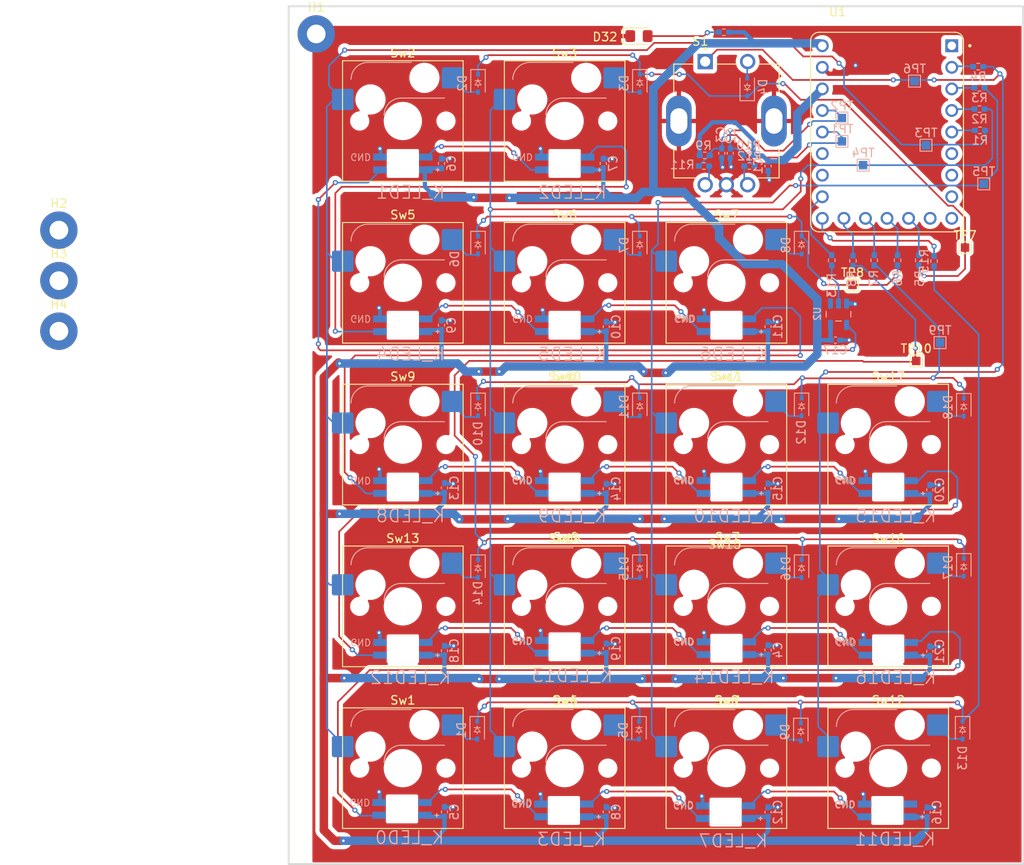
<source format=kicad_pcb>
(kicad_pcb (version 20241229) (generator "pcbnew") (generator_version "9.0")
  (layers (0 "F.Cu" signal) (2 "B.Cu" signal) (13 "F.Paste" user) (15 "B.Paste" user) (5 "F.SilkS" user "F.Silkscreen") (7 "B.SilkS" user "B.Silkscreen") (1 "F.Mask" user) (3 "B.Mask" user) (25 "Edge.Cuts" user))
  (net 0 "")
  (net 1 "GND")
  (net 2 "/ROW3")
  (net 3 "/ENC_B")
  (net 4 "/ENC_A")
  (net 5 "+5V")
  (net 6 "Net-(D1-A)")
  (net 7 "/ROW0")
  (net 8 "Net-(D2-A)")
  (net 9 "/ROW1")
  (net 10 "/ROW2")
  (net 11 "Net-(D3-A)")
  (net 12 "Net-(D13-A)")
  (net 13 "/ROW4")
  (net 14 "Net-(D5-A)")
  (net 15 "Net-(D6-A)")
  (net 16 "Net-(D7-A)")
  (net 17 "Net-(D8-A)")
  (net 18 "Net-(D9-A)")
  (net 19 "Net-(D10-A)")
  (net 20 "Net-(D11-A)")
  (net 21 "Net-(D12-A)")
  (net 22 "/ENC_SW")
  (net 23 "Net-(D14-A)")
  (net 24 "Net-(D15-A)")
  (net 25 "Net-(D16-A)")
  (net 26 "/LED1_IN")
  (net 27 "/LED0_IN")
  (net 28 "/LED2_IN")
  (net 29 "/LED_3IN")
  (net 30 "/LED4_IN")
  (net 31 "/LED5_IN")
  (net 32 "/LED6_IN")
  (net 33 "/LED7_IN")
  (net 34 "/LED8_IN")
  (net 35 "/LED9_IN")
  (net 36 "/LED10_IN")
  (net 37 "/LED11_IN")
  (net 38 "/LED12_IN")
  (net 39 "/LED13_IN")
  (net 40 "/LED14_IN")
  (net 41 "Net-(D32-A)")
  (net 42 "Net-(U1-GP3)")
  (net 43 "/COL0")
  (net 44 "Net-(U1-GP2)")
  (net 45 "/COL1")
  (net 46 "/COL2")
  (net 47 "Net-(U1-GP1)")
  (net 48 "Net-(U1-GP15)")
  (net 49 "Net-(U1-GP10)")
  (net 50 "Net-(U1-GP11)")
  (net 51 "Net-(U1-GP12)")
  (net 52 "Net-(U1-GP13)")
  (net 53 "Net-(S1-CHANNEL_A)")
  (net 54 "Net-(S1-CHANNEL_B)")
  (net 55 "Net-(U1-GP14)")
  (net 56 "/LED_BUFF")
  (net 62 "+3V3")
  (net 64 "Net-(D17-A)")
  (net 67 "Net-(D18-A)")
  (net 68 "Net-(U1-GP4)")
  (net 69 "/LED15_IN")
  (net 71 "/COL3")
  (net 72 "/LED16_IN")
  (footprint "Numpad:XDCR_PEC12R-4120F-S0012" (layer "F.Cu") (at 166.55 76)
    (property "Reference" "S1")
    (property "Value" "PEC12R-4120F-S0012")
  )
  (footprint "PCM_Switch_Keyboard_Hotswap_Kailh:SW_Hotswap_Kailh_MX" (layer "F.Cu") (at 166.55 133.15)
    (property "Reference" "Sw15")
    (property "Value" "~")
  )
  (footprint "PCM_Switch_Keyboard_Hotswap_Kailh:SW_Hotswap_Kailh_MX" (layer "F.Cu") (at 185.6 114.1)
    (property "Reference" "Sw17")
    (property "Value" "~")
  )
  (footprint "PCM_Switch_Keyboard_Hotswap_Kailh:SW_Hotswap_Kailh_MX" (layer "F.Cu") (at 147.5 95.05)
    (property "Reference" "Sw6")
    (property "Value" "~")
  )
  (footprint "PCM_Switch_Keyboard_Hotswap_Kailh:SW_Hotswap_Kailh_MX" (layer "F.Cu") (at 147.5 133.15)
    (property "Reference" "Sw14")
    (property "Value" "~")
  )
  (footprint "Numpad:MODULE_RP2040-ZERO" (layer "F.Cu") (at 185.4625 77.3)
    (property "Reference" "U1")
    (property "Value" "RP2040-ZERO")
  )
  (footprint "PCM_Switch_Keyboard_Hotswap_Kailh:SW_Hotswap_Kailh_MX" (layer "F.Cu") (at 185.6 133.15)
    (property "Reference" "Sw16")
    (property "Value" "~")
  )
  (footprint "PCM_Switch_Keyboard_Hotswap_Kailh:SW_Hotswap_Kailh_MX" (layer "F.Cu") (at 128.45 114.1)
    (property "Reference" "Sw9")
    (property "Value" "~")
  )
  (footprint "Numpad:MountingHole_2.2mm_M2_Pad" (layer "F.Cu") (at 87.95 88.85)
    (property "Reference" "H2")
    (property "Value" "MountingHole_Pad")
  )
  (footprint "Numpad:MountingHole_2.2mm_M2_Pad" (layer "F.Cu") (at 87.95 100.75)
    (property "Reference" "H4")
    (property "Value" "MountingHole_Pad")
  )
  (footprint "TestPoint:TestPoint_Pad_1.0x1.0mm" (layer "F.Cu") (at 181.4 95.3)
    (property "Reference" "TP8")
    (property "Value" "TestPoint")
  )
  (footprint "PCM_Switch_Keyboard_Hotswap_Kailh:SW_Hotswap_Kailh_MX" (layer "F.Cu") (at 147.5 114.1)
    (property "Reference" "Sw10")
    (property "Value" "~")
  )
  (footprint "PCM_Switch_Keyboard_Hotswap_Kailh:SW_Hotswap_Kailh_MX" (layer "F.Cu") (at 147.5 152.2)
    (property "Reference" "Sw4")
    (property "Value" "~")
  )
  (footprint "PCM_Switch_Keyboard_Hotswap_Kailh:SW_Hotswap_Kailh_MX" (layer "F.Cu") (at 128.45 76)
    (property "Reference" "Sw2")
    (property "Value" "~")
  )
  (footprint "Numpad:MountingHole_2.2mm_M2_Pad" (layer "F.Cu") (at 87.95 94.8)
    (property "Reference" "H3")
    (property "Value" "MountingHole_Pad")
  )
  (footprint "PCM_Switch_Keyboard_Hotswap_Kailh:SW_Hotswap_Kailh_MX" (layer "F.Cu") (at 166.55 114.1)
    (property "Reference" "Sw11")
    (property "Value" "~")
  )
  (footprint "TestPoint:TestPoint_Pad_1.0x1.0mm" (layer "F.Cu") (at 194.65 90.9)
    (property "Reference" "TP7")
    (property "Value" "TestPoint")
  )
  (footprint "Numpad:MountingHole_2.2mm_M2_Pad" (layer "F.Cu") (at 118.25 65.75)
    (property "Reference" "H1")
    (property "Value" "MountingHole_Pad")
  )
  (footprint "PCM_Switch_Keyboard_Hotswap_Kailh:SW_Hotswap_Kailh_MX" (layer "F.Cu") (at 128.45 95.05)
    (property "Reference" "Sw5")
    (property "Value" "~")
  )
  (footprint "TestPoint:TestPoint_Pad_1.0x1.0mm" (layer "F.Cu") (at 188.9 104.25)
    (property "Reference" "TP10")
    (property "Value" "TestPoint")
  )
  (footprint "PCM_Switch_Keyboard_Hotswap_Kailh:SW_Hotswap_Kailh_MX" (layer "F.Cu") (at 128.45 133.15)
    (property "Reference" "Sw13")
    (property "Value" "~")
  )
  (footprint "PCM_Switch_Keyboard_Hotswap_Kailh:SW_Hotswap_Kailh_MX" (layer "F.Cu") (at 166.55 95.05)
    (property "Reference" "Sw7")
    (property "Value" "~")
  )
  (footprint "LED_SMD:LED_0805_2012Metric_Pad1.15x1.40mm_HandSolder" (layer "F.Cu") (at 156.25 66)
    (property "Reference" "D32")
    (property "Value" "LED")
  )
  (footprint "PCM_Switch_Keyboard_Hotswap_Kailh:SW_Hotswap_Kailh_MX" (layer "F.Cu") (at 147.5 76)
    (property "Reference" "Sw3")
    (property "Value" "~")
  )
  (footprint "PCM_Switch_Keyboard_Hotswap_Kailh:SW_Hotswap_Kailh_MX" (layer "F.Cu") (at 166.55 152.2)
    (property "Reference" "Sw8")
    (property "Value" "~")
  )
  (footprint "PCM_Switch_Keyboard_Hotswap_Kailh:SW_Hotswap_Kailh_MX" (layer "F.Cu") (at 128.45 152.2)
    (property "Reference" "Sw1")
    (property "Value" "~")
  )
  (footprint "PCM_Switch_Keyboard_Hotswap_Kailh:SW_Hotswap_Kailh_MX" (layer "F.Cu") (at 185.6 152.2)
    (property "Reference" "Sw12")
    (property "Value" "~")
  )
  (footprint "Capacitor_SMD:C_0402_1005Metric_Pad0.74x0.62mm_HandSolder" (layer "B.Cu") (at 171.45 100.2175 90)
    (property "Reference" "C11")
    (property "Value" "100nF")
  )
  (footprint "Numpad:D_SOD-323" (layer "B.Cu") (at 194.358 147.73 -90)
    (property "Reference" "D13")
    (property "Value" "1N4148WS")
  )
  (footprint "Capacitor_SMD:C_0402_1005Metric_Pad0.74x0.62mm_HandSolder" (layer "B.Cu") (at 190.5 138.4325 90)
    (property "Reference" "C21")
    (property "Value" "100nF")
  )
  (footprint "Numpad:D_SOD-323" (layer "B.Cu") (at 137.3 90.6 -90)
    (property "Reference" "D6")
    (property "Value" "1N4148WS")
  )
  (footprint "Resistor_SMD:R_0402_1005Metric_Pad0.72x0.64mm_HandSolder" (layer "B.Cu") (at 186.7 92.4025 -90)
    (property "Reference" "R6")
    (property "Value" "27")
  )
  (footprint "TestPoint:TestPoint_Pad_1.0x1.0mm" (layer "B.Cu") (at 191.7 102.1 180)
    (property "Reference" "TP9")
    (property "Value" "TestPoint")
  )
  (footprint "Numpad:D_SOD-323" (layer "B.Cu") (at 137.208 147.73 -90)
    (property "Reference" "D1")
    (property "Value" "1N4148WS")
  )
  (footprint "Numpad:D_SOD-323" (layer "B.Cu") (at 137.3 109.65 -90)
    (property "Reference" "D10")
    (property "Value" "1N4148WS")
  )
  (footprint "Numpad:D_SOD-323" (layer "B.Cu") (at 137.3 128.7 -90)
    (property "Reference" "D14")
    (property "Value" "1N4148WS")
  )
  (footprint "Numpad:D_SOD-323" (layer "B.Cu") (at 175.4 109.65 -90)
    (property "Reference" "D12")
    (property "Value" "1N4148WS")
  )
  (footprint "Resistor_SMD:R_0402_1005Metric_Pad0.72x0.64mm_HandSolder" (layer "B.Cu") (at 163.9025 81.3)
    (property "Reference" "R11")
    (property "Value" "10K")
  )
  (footprint "Capacitor_SMD:C_0402_1005Metric_Pad0.74x0.62mm_HandSolder" (layer "B.Cu") (at 152.4 157.3475 90)
    (property "Reference" "C8")
    (property "Value" "100nF")
  )
  (footprint "Numpad:LED_SK6812-E" (layer "B.Cu") (at 147.408 157.18)
    (property "Reference" "K_LED3")
    (property "Value" "SK6812-E")
    (fp_line (start -1.7 -1.5) (end -1.7 1.5) (stroke (width 0.01)) (layer "Edge.Cuts"))
    (fp_line (start -1.7 1.5) (end 1.7 1.5) (stroke (width 0.01)) (layer "Edge.Cuts"))
    (fp_line (start 1.7 -1.5) (end -1.7 -1.5) (stroke (width 0.01)) (layer "Edge.Cuts"))
    (fp_line (start 1.7 1.5) (end 1.7 -1.5) (stroke (width 0.01)) (layer "Edge.Cuts"))
  )
  (footprint "Numpad:D_SOD-323" (layer "B.Cu") (at 156.35 128.7 -90)
    (property "Reference" "D15")
    (property "Value" "1N4148WS")
  )
  (footprint "Capacitor_SMD:C_0402_1005Metric_Pad0.74x0.62mm_HandSolder" (layer "B.Cu") (at 133 100.05 90)
    (property "Reference" "C9")
    (property "Value" "100nF")
  )
  (footprint "Numpad:LED_SK6812-E" (layer "B.Cu") (at 128.45 100.05)
    (property "Reference" "K_LED4")
    (property "Value" "SK6812-E")
    (fp_line (start -1.7 -1.5) (end -1.7 1.5) (stroke (width 0.01)) (layer "Edge.Cuts"))
    (fp_line (start -1.7 1.5) (end 1.7 1.5) (stroke (width 0.01)) (layer "Edge.Cuts"))
    (fp_line (start 1.7 -1.5) (end -1.7 -1.5) (stroke (width 0.01)) (layer "Edge.Cuts"))
    (fp_line (start 1.7 1.5) (end 1.7 -1.5) (stroke (width 0.01)) (layer "Edge.Cuts"))
  )
  (footprint "Capacitor_SMD:C_0402_1005Metric_Pad0.74x0.62mm_HandSolder" (layer "B.Cu") (at 171.45 119.2675 90)
    (property "Reference" "C15")
    (property "Value" "100nF")
  )
  (footprint "Capacitor_SMD:C_0402_1005Metric_Pad0.74x0.62mm_HandSolder" (layer "B.Cu") (at 133.35 119.2 90)
    (property "Reference" "C13")
    (property "Value" "100nF")
  )
  (footprint "Resistor_SMD:R_0402_1005Metric_Pad0.72x0.64mm_HandSolder" (layer "B.Cu") (at 181.45 92.4575 -90)
    (property "Reference" "R8")
    (property "Value" "27")
  )
  (footprint "Numpad:D_SOD-323" (layer "B.Cu") (at 194.5 109.7 -90)
    (property "Reference" "D18")
    (property "Value" "1N4148WS")
  )
  (footprint "TestPoint:TestPoint_Pad_1.0x1.0mm" (layer "B.Cu") (at 180.15 75.65 180)
    (property "Reference" "TP2")
    (property "Value" "TestPoint")
  )
  (footprint "Capacitor_SMD:C_0402_1005Metric_Pad0.74x0.62mm_HandSolder" (layer "B.Cu") (at 171.45 81.3 -90)
    (property "Reference" "C1")
    (property "Value" "10nF")
  )
  (footprint "Numpad:D_SOD-323" (layer "B.Cu") (at 137.3 71.55 -90)
    (property "Reference" "D2")
    (property "Value" "1N4148WS")
  )
  (footprint "Numpad:D_SOD-323" (layer "B.Cu") (at 156.35 109.65 -90)
    (property "Reference" "D11")
    (property "Value" "1N4148WS")
  )
  (footprint "Resistor_SMD:R_0402_1005Metric_Pad0.72x0.64mm_HandSolder" (layer "B.Cu") (at 169.25 81.3 180)
    (property "Reference" "R12")
    (property "Value" "10K")
  )
  (footprint "Numpad:D_SOD-323" (layer "B.Cu") (at 175.4 90.6 -90)
    (property "Reference" "D8")
    (property "Value" "1N4148WS")
  )
  (footprint "Capacitor_SMD:C_0402_1005Metric_Pad0.74x0.62mm_HandSolder" (layer "B.Cu") (at 167 79.8 -90)
    (property "Reference" "C2")
    (property "Value" "10nF")
  )
  (footprint "Numpad:LED_SK6812-E" (layer "B.Cu") (at 128.45 138.15)
    (property "Reference" "K_LED12")
    (property "Value" "SK6812-E")
    (fp_line (start -1.7 -1.5) (end -1.7 1.5) (stroke (width 0.01)) (layer "Edge.Cuts"))
    (fp_line (start -1.7 1.5) (end 1.7 1.5) (stroke (width 0.01)) (layer "Edge.Cuts"))
    (fp_line (start 1.7 -1.5) (end -1.7 -1.5) (stroke (width 0.01)) (layer "Edge.Cuts"))
    (fp_line (start 1.7 1.5) (end 1.7 -1.5) (stroke (width 0.01)) (layer "Edge.Cuts"))
  )
  (footprint "Numpad:D_SOD-323" (layer "B.Cu") (at 156.35 71.55 -90)
    (property "Reference" "D3")
    (property "Value" "1N4148WS")
  )
  (footprint "Numpad:LED_SK6812-E" (layer "B.Cu") (at 166.55 100.05)
    (property "Reference" "K_LED6")
    (property "Value" "SK6812-E")
    (fp_line (start -1.7 -1.5) (end -1.7 1.5) (stroke (width 0.01)) (layer "Edge.Cuts"))
    (fp_line (start -1.7 1.5) (end 1.7 1.5) (stroke (width 0.01)) (layer "Edge.Cuts"))
    (fp_line (start 1.7 -1.5) (end -1.7 -1.5) (stroke (width 0.01)) (layer "Edge.Cuts"))
    (fp_line (start 1.7 1.5) (end 1.7 -1.5) (stroke (width 0.01)) (layer "Edge.Cuts"))
  )
  (footprint "TestPoint:TestPoint_Pad_1.0x1.0mm" (layer "B.Cu") (at 182.65 81.2 180)
    (property "Reference" "TP4")
    (property "Value" "TestPoint")
  )
  (footprint "Resistor_SMD:R_0402_1005Metric_Pad0.72x0.64mm_HandSolder" (layer "B.Cu") (at 169.1525 80.05 180)
    (property "Reference" "R10")
    (property "Value" "10K")
  )
  (footprint "Capacitor_SMD:C_0402_1005Metric_Pad0.74x0.62mm_HandSolder" (layer "B.Cu") (at 152.05 81 90)
    (property "Reference" "C7")
    (property "Value" "100nF")
  )
  (footprint "Capacitor_SMD:C_0402_1005Metric_Pad0.74x0.62mm_HandSolder" (layer "B.Cu") (at 166 79.8 -90)
    (property "Reference" "C3")
    (property "Value" "10nF")
  )
  (footprint "Resistor_SMD:R_0402_1005Metric_Pad0.72x0.64mm_HandSolder" (layer "B.Cu") (at 196.3475 74.6)
    (property "Reference" "R2")
    (property "Value" "27")
  )
  (footprint "Capacitor_SMD:C_0402_1005Metric_Pad0.74x0.62mm_HandSolder" (layer "B.Cu") (at 171.45 138.3 90)
    (property "Reference" "C4")
    (property "Value" "100nF")
  )
  (footprint "TestPoint:TestPoint_Pad_1.0x1.0mm" (layer "B.Cu") (at 188.7 71.3 180)
    (property "Reference" "TP6")
    (property "Value" "TestPoint")
  )
  (footprint "Resistor_SMD:R_0402_1005Metric_Pad0.72x0.64mm_HandSolder" (layer "B.Cu") (at 196.2025 69.6)
    (property "Reference" "R4")
    (property "Value" "27")
  )
  (footprint "Numpad:LED_SK6812-E" (layer "B.Cu") (at 147.5 81)
    (property "Reference" "K_LED2")
    (property "Value" "SK6812-E")
    (fp_line (start -1.7 -1.5) (end -1.7 1.5) (stroke (width 0.01)) (layer "Edge.Cuts"))
    (fp_line (start -1.7 1.5) (end 1.7 1.5) (stroke (width 0.01)) (layer "Edge.Cuts"))
    (fp_line (start 1.7 -1.5) (end -1.7 -1.5) (stroke (width 0.01)) (layer "Edge.Cuts"))
    (fp_line (start 1.7 1.5) (end 1.7 -1.5) (stroke (width 0.01)) (layer "Edge.Cuts"))
  )
  (footprint "Numpad:LED_SK6812-E" (layer "B.Cu") (at 147.5 100.05)
    (property "Reference" "K_LED5")
    (property "Value" "SK6812-E")
    (fp_line (start -1.7 -1.5) (end -1.7 1.5) (stroke (width 0.01)) (layer "Edge.Cuts"))
    (fp_line (start -1.7 1.5) (end 1.7 1.5) (stroke (width 0.01)) (layer "Edge.Cuts"))
    (fp_line (start 1.7 -1.5) (end -1.7 -1.5) (stroke (width 0.01)) (layer "Edge.Cuts"))
    (fp_line (start 1.7 1.5) (end 1.7 -1.5) (stroke (width 0.01)) (layer "Edge.Cuts"))
  )
  (footprint "Numpad:LED_SK6812-E" (layer "B.Cu") (at 128.35 157)
    (property "Reference" "K_LED0")
    (property "Value" "SK6812-E")
    (fp_line (start -1.7 -1.5) (end -1.7 1.5) (stroke (width 0.01)) (layer "Edge.Cuts"))
    (fp_line (start -1.7 1.5) (end 1.7 1.5) (stroke (width 0.01)) (layer "Edge.Cuts"))
    (fp_line (start 1.7 -1.5) (end -1.7 -1.5) (stroke (width 0.01)) (layer "Edge.Cuts"))
    (fp_line (start 1.7 1.5) (end 1.7 -1.5) (stroke (width 0.01)) (layer "Edge.Cuts"))
  )
  (footprint "TestPoint:TestPoint_Pad_1.0x1.0mm" (layer "B.Cu") (at 180.15 78.4 180)
    (property "Reference" "TP1")
    (property "Value" "TestPoint")
  )
  (footprint "Capacitor_SMD:C_0402_1005Metric_Pad0.74x0.62mm_HandSolder" (layer "B.Cu") (at 190.5 119.4325 90)
    (property "Reference" "C20")
    (property "Value" "100nF")
  )
  (footprint "Capacitor_SMD:C_0402_1005Metric_Pad0.74x0.62mm_HandSolder" (layer "B.Cu") (at 133.35 138.3675 90)
    (property "Reference" "C18")
    (property "Value" "100nF")
  )
  (footprint "Numpad:LED_SK6812-E" (layer "B.Cu") (at 166.55 138.079199)
    (property "Reference" "K_LED14")
    (property "Value" "SK6812-E")
    (fp_line (start -1.7 -1.5) (end -1.7 1.5) (stroke (width 0.01)) (layer "Edge.Cuts"))
    (fp_line (start -1.7 1.5) (end 1.7 1.5) (stroke (width 0.01)) (layer "Edge.Cuts"))
    (fp_line (start 1.7 -1.5) (end -1.7 -1.5) (stroke (width 0.01)) (layer "Edge.Cuts"))
    (fp_line (start 1.7 1.5) (end 1.7 -1.5) (stroke (width 0.01)) (layer "Edge.Cuts"))
  )
  (footprint "Numpad:LED_SK6812-E" (layer "B.Cu") (at 166.55 119.1)
    (property "Reference" "K_LED10")
    (property "Value" "SK6812-E")
    (fp_line (start -1.7 -1.5) (end -1.7 1.5) (stroke (width 0.01)) (layer "Edge.Cuts"))
    (fp_line (start -1.7 1.5) (end 1.7 1.5) (stroke (width 0.01)) (layer "Edge.Cuts"))
    (fp_line (start 1.7 -1.5) (end -1.7 -1.5) (stroke (width 0.01)) (layer "Edge.Cuts"))
    (fp_line (start 1.7 1.5) (end 1.7 -1.5) (stroke (width 0.01)) (layer "Edge.Cuts"))
  )
  (footprint "Capacitor_SMD:C_0402_1005Metric_Pad0.74x0.62mm_HandSolder" (layer "B.Cu") (at 152.4 138.1 90)
    (property "Reference" "C19")
    (property "Value" "100nF")
  )
  (footprint "Capacitor_SMD:C_0402_1005Metric_Pad0.74x0.62mm_HandSolder" (layer "B.Cu") (at 133.35 157.3475 90)
    (property "Reference" "C5")
    (property "Value" "100nF")
  )
  (footprint "Numpad:LED_SK6812-E" (layer "B.Cu") (at 185.508 157.18)
    (property "Reference" "K_LED11")
    (property "Value" "SK6812-E")
    (fp_line (start -1.7 -1.5) (end -1.7 1.5) (stroke (width 0.01)) (layer "Edge.Cuts"))
    (fp_line (start -1.7 1.5) (end 1.7 1.5) (stroke (width 0.01)) (layer "Edge.Cuts"))
    (fp_line (start 1.7 -1.5) (end -1.7 -1.5) (stroke (width 0.01)) (layer "Edge.Cuts"))
    (fp_line (start 1.7 1.5) (end 1.7 -1.5) (stroke (width 0.01)) (layer "Edge.Cuts"))
  )
  (footprint "Capacitor_SMD:C_0402_1005Metric_Pad0.74x0.62mm_HandSolder" (layer "B.Cu") (at 179.3825 101.8)
    (property "Reference" "C17")
    (property "Value" "100nF")
  )
  (footprint "Resistor_SMD:R_0402_1005Metric_Pad0.72x0.64mm_HandSolder" (layer "B.Cu") (at 191 92.5 -90)
    (property "Reference" "R15")
    (property "Value" "27")
  )
  (footprint "Resistor_SMD:R_0402_1005Metric_Pad0.72x0.64mm_HandSolder" (layer "B.Cu") (at 166.25 65.55 180)
    (property "Reference" "R14" (hide yes))
    (property "Value" "1k")
  )
  (footprint "Capacitor_SMD:C_0402_1005Metric_Pad0.74x0.62mm_HandSolder" (layer "B.Cu") (at 152.4 119.3 90)
    (property "Reference" "C14")
    (property "Value" "100nF")
  )
  (footprint "Numpad:LED_SK6812-E" (layer "B.Cu") (at 185.6 138.15)
    (property "Reference" "K_LED16")
    (property "Value" "SK6812-E")
    (fp_line (start -1.7 -1.5) (end -1.7 1.5) (stroke (width 0.01)) (layer "Edge.Cuts"))
    (fp_line (start -1.7 1.5) (end 1.7 1.5) (stroke (width 0.01)) (layer "Edge.Cuts"))
    (fp_line (start 1.7 -1.5) (end -1.7 -1.5) (stroke (width 0.01)) (layer "Edge.Cuts"))
    (fp_line (start 1.7 1.5) (end 1.7 -1.5) (stroke (width 0.01)) (layer "Edge.Cuts"))
  )
  (footprint "Resistor_SMD:R_0402_1005Metric_Pad0.72x0.64mm_HandSolder" (layer "B.Cu") (at 164 80.05)
    (property "Reference" "R9")
    (property "Value" "10K")
  )
  (footprint "Numpad:D_SOD-323" (layer "B.Cu") (at 169 72 90)
    (property "Reference" "D4")
    (property "Value" "1N4148WS")
  )
  (footprint "Numpad:LED_SK6812-E" (layer "B.Cu") (at 128.45 81)
    (property "Reference" "K_LED1")
    (property "Value" "SK6812-E")
    (fp_line (start -1.7 -1.5) (end -1.7 1.5) (stroke (width 0.01)) (layer "Edge.Cuts"))
    (fp_line (start -1.7 1.5) (end 1.7 1.5) (stroke (width 0.01)) (layer "Edge.Cuts"))
    (fp_line (start 1.7 -1.5) (end -1.7 -1.5) (stroke (width 0.01)) (layer "Edge.Cuts"))
    (fp_line (start 1.7 1.5) (end 1.7 -1.5) (stroke (width 0.01)) (layer "Edge.Cuts"))
  )
  (footprint "Numpad:D_SOD-323" (layer "B.Cu") (at 156.35 90.6 -90)
    (property "Reference" "D7")
    (property "Value" "1N4148WS")
  )
  (footprint "Resistor_SMD:R_0402_1005Metric_Pad0.72x0.64mm_HandSolder" (layer "B.Cu") (at 196.3475 72.1)
    (property "Reference" "R3")
    (property "Value" "27")
  )
  (footprint "Numpad:SOT95P280X145-5N" (layer "B.Cu") (at 179.75 98.75 -90)
    (property "Reference" "U2")
    (property "Value" "SN74LV1T34DBVR")
  )
  (footprint "Capacitor_SMD:C_0402_1005Metric_Pad0.74x0.62mm_HandSolder" (layer "B.Cu") (at 133 81 90)
    (property "Reference" "C6")
    (property "Value" "100nF")
  )
  (footprint "Numpad:D_SOD-323" (layer "B.Cu") (at 194.5 128.55 -90)
    (property "Reference" "D17")
    (property "Value" "1N4148WS")
  )
  (footprint "Numpad:D_SOD-323" (layer "B.Cu") (at 156.258 147.73 -90)
    (property "Reference" "D5")
    (property "Value" "1N4148WS")
  )
  (footprint "Numpad:LED_SK6812-E" (layer "B.Cu") (at 147.5 137.910757)
    (property "Reference" "K_LED13")
    (property "Value" "SK6812-E")
    (fp_line (start -1.7 -1.5) (end -1.7 1.5) (stroke (width 0.01)) (layer "Edge.Cuts"))
    (fp_line (start -1.7 1.5) (end 1.7 1.5) (stroke (width 0.01)) (layer "Edge.Cuts"))
    (fp_line (start 1.7 -1.5) (end -1.7 -1.5) (stroke (width 0.01)) (layer "Edge.Cuts"))
    (fp_line (start 1.7 1.5) (end 1.7 -1.5) (stroke (width 0.01)) (layer "Edge.Cuts"))
  )
  (footprint "Capacitor_SMD:C_0402_1005Metric_Pad0.74x0.62mm_HandSolder" (layer "B.Cu") (at 152.4 100.2175 90)
    (property "Reference" "C10")
    (property "Value" "100nF")
  )
  (footprint "TestPoint:TestPoint_Pad_1.0x1.0mm" (layer "B.Cu") (at 196.85 83.4 180)
    (property "Reference" "TP5")
    (property "Value" "TestPoint")
  )
  (footprint "Numpad:LED_SK6812-E" (layer "B.Cu") (at 185.6 119.1)
    (property "Reference" "K_LED15")
    (property "Value" "SK6812-E")
    (fp_line (start -1.7 -1.5) (end -1.7 1.5) (stroke (width 0.01)) (layer "Edge.Cuts"))
    (fp_line (start -1.7 1.5) (end 1.7 1.5) (stroke (width 0.01)) (layer "Edge.Cuts"))
    (fp_line (start 1.7 -1.5) (end -1.7 -1.5) (stroke (width 0.01)) (layer "Edge.Cuts"))
    (fp_line (start 1.7 1.5) (end 1.7 -1.5) (stroke (width 0.01)) (layer "Edge.Cuts"))
  )
  (footprint "Capacitor_SMD:C_0402_1005Metric_Pad0.74x0.62mm_HandSolder" (layer "B.Cu") (at 171.45 157.38 90)
    (property "Reference" "C12")
    (property "Value" "100nF")
  )
  (footprint "Resistor_SMD:R_0402_1005Metric_Pad0.72x0.64mm_HandSolder" (layer "B.Cu") (at 189.2 92.4025 -90)
    (property "Reference" "R5")
    (property "Value" "27")
  )
  (footprint "Resistor_SMD:R_0402_1005Metric_Pad0.72x0.64mm_HandSolder" (layer "B.Cu") (at 196.4025 77.1)
    (property "Reference" "R1")
    (property "Value" "27")
  )
  (footprint "Numpad:D_SOD-323" (layer "B.Cu") (at 175.308 147.93 -90)
    (property "Reference" "D9")
    (property "Value" "1N4148WS")
  )
  (footprint "Numpad:LED_SK6812-E" (layer "B.Cu") (at 147.5 119.1)
    (property "Reference" "K_LED9")
    (property "Value" "SK6812-E")
    (fp_line (start -1.7 -1.5) (end -1.7 1.5) (stroke (width 0.01)) (layer "Edge.Cuts"))
    (fp_line (start -1.7 1.5) (end 1.7 1.5) (stroke (width 0.01)) (layer "Edge.Cuts"))
    (fp_line (start 1.7 -1.5) (end -1.7 -1.5) (stroke (width 0.01)) (layer "Edge.Cuts"))
    (fp_line (start 1.7 1.5) (end 1.7 -1.5) (stroke (width 0.01)) (layer "Edge.Cuts"))
  )
  (footprint "Resistor_SMD:R_0402_1005Metric_Pad0.72x0.64mm_HandSolder" (layer "B.Cu") (at 183.95 92.4025 -90)
    (property "Reference" "R7")
    (property "Value" "27")
  )
  (footprint "Numpad:LED_SK6812-E" (layer "B.Cu") (at 128.45 119.1)
    (property "Reference" "K_LED8")
    (property "Value" "SK6812-E")
    (fp_line (start -1.7 -1.5) (end -1.7 1.5) (stroke (width 0.01)) (layer "Edge.Cuts"))
    (fp_line (start -1.7 1.5) (end 1.7 1.5) (stroke (width 0.01)) (layer "Edge.Cuts"))
    (fp_line (start 1.7 -1.5) (end -1.7 -1.5) (stroke (width 0.01)) (layer "Edge.Cuts"))
    (fp_line (start 1.7 1.5) (end 1.7 -1.5) (stroke (width 0.01)) (layer "Edge.Cuts"))
  )
  (footprint "Numpad:D_SOD-323" (layer "B.Cu") (at 175.4 128.7 -90)
    (property "Reference" "D16")
    (property "Value" "1N4148WS")
  )
  (footprint "TestPoint:TestPoint_Pad_1.0x1.0mm" (layer "B.Cu") (at 190.05 78.85 180)
    (property "Reference" "TP3")
    (property "Value" "TestPoint")
  )
  (footprint "Resistor_SMD:R_0402_1005Metric_Pad0.72x0.64mm_HandSolder" (layer "B.Cu") (at 178.95 92.4025 -90)
    (property "Reference" "R13")
    (property "Value" "27")
  )
  (footprint "Numpad:LED_SK6812-E" (layer "B.Cu") (at 166.458 157.38)
    (property "Reference" "K_LED7")
    (property "Value" "SK6812-E")
    (fp_line (start -1.7 -1.5) (end -1.7 1.5) (stroke (width 0.01)) (layer "Edge.Cuts"))
    (fp_line (start -1.7 1.5) (end 1.7 1.5) (stroke (width 0.01)) (layer "Edge.Cuts"))
    (fp_line (start 1.7 -1.5) (end -1.7 -1.5) (stroke (width 0.01)) (layer "Edge.Cuts"))
    (fp_line (start 1.7 1.5) (end 1.7 -1.5) (stroke (width 0.01)) (layer "Edge.Cuts"))
  )
  (footprint "Capacitor_SMD:C_0402_1005Metric_Pad0.74x0.62mm_HandSolder" (layer "B.Cu") (at 190.175 157.4 90)
    (property "Reference" "C16")
    (property "Value" "100nF")
  )
  (gr_rect (start 115 62.5) (end 201.5 163.5) (stroke (width 0.2)) (fill no) (layer "Edge.Cuts"))
  (gr_text "Sw7" (at 166.55 106 0) (layer "F.SilkS") (effects (font (size 1 1))))
  (gr_text "Sw6" (at 147.6 125 0) (layer "F.SilkS") (effects (font (size 1 1))))
  (gr_text "Sw7" (at 166.65 125 0) (layer "F.SilkS") (effects (font (size 1 1))))
  (gr_text "Sw6" (at 147.5 106 0) (layer "F.SilkS") (effects (font (size 1 1))))
  (gr_text "Sw6" (at 147.6 144.25 0) (layer "F.SilkS") (effects (font (size 1 1))))
  (gr_text "Sw7" (at 166.65 144.25 0) (layer "F.SilkS") (effects (font (size 1 1))))
  (gr_text "GND" (at 141.2 117.75 180) (layer "B.SilkS") (effects (font (size 0.8 0.8) (thickness 0.1)) (justify left bottom mirror)))
  (gr_text "GND" (at 160.2 156 180) (layer "B.SilkS") (effects (font (size 0.8 0.8) (thickness 0.1)) (justify left bottom mirror)))
  (gr_text "GND" (at 141.2 136.75 180) (layer "B.SilkS") (effects (font (size 0.8 0.8) (thickness 0.1)) (justify left bottom mirror)))
  (gr_text "GND" (at 141.2 155.75 180) (layer "B.SilkS") (effects (font (size 0.8 0.8) (thickness 0.1)) (justify left bottom mirror)))
  (gr_text "GND" (at 179.2 136.75 180) (layer "B.SilkS") (effects (font (size 0.8 0.8) (thickness 0.1)) (justify left bottom mirror)))
  (gr_text "GND" (at 179.2 117.75 180) (layer "B.SilkS") (effects (font (size 0.8 0.8) (thickness 0.1)) (justify left bottom mirror)))
  (gr_text "GND" (at 160.45 98.75 180) (layer "B.SilkS") (effects (font (size 0.8 0.8) (thickness 0.1)) (justify left bottom mirror)))
  (gr_text "GND" (at 160.2 136.75 180) (layer "B.SilkS") (effects (font (size 0.8 0.8) (thickness 0.1)) (justify left bottom mirror)))
  (gr_text "GND" (at 179.2 156 180) (layer "B.SilkS") (effects (font (size 0.8 0.8) (thickness 0.1)) (justify left bottom mirror)))
  (gr_text "GND" (at 160.2 117.75 180) (layer "B.SilkS") (effects (font (size 0.8 0.8) (thickness 0.1)) (justify left bottom mirror)))
  (segment (start 154.95 66) (end 154 66) (width 0.5) (layer "F.Cu") (net 1))
  (segment (start 178.5965 70.434) (end 180.766 70.434) (width 0.5) (layer "F.Cu") (net 1))
  (segment (start 180.766 70.434) (end 181.75 69.45) (width 0.5) (layer "F.Cu") (net 1))
  (segment (start 177.8425 69.68) (end 178.5965 70.434) (width 0.5) (layer "F.Cu") (net 1))
  (via (at 182.65 136.5) (size 0.6) (drill 0.3) (layers "F.Cu" "B.Cu") (net 1))
  (via (at 144.65 136) (size 0.6) (drill 0.3) (layers "F.Cu" "B.Cu") (net 1))
  (via (at 133.975 80.425) (size 0.6) (drill 0.3) (layers "F.Cu" "B.Cu") (net 1))
  (via (at 134.025 99.475) (size 0.6) (drill 0.3) (layers "F.Cu" "B.Cu") (net 1))
  (via (at 125.65 136.25) (size 0.6) (drill 0.3) (layers "F.Cu" "B.Cu") (net 1))
  (via (at 171.6 82.95) (size 0.6) (drill 0.3) (layers "F.Cu" "B.Cu") (net 1))
  (via (at 125.65 155) (size 0.6) (drill 0.3) (layers "F.Cu" "B.Cu") (net 1))
  (via (at 163.65 155.5) (size 0.6) (drill 0.3) (layers "F.Cu" "B.Cu") (net 1))
  (via (at 172.6 156.8) (size 0.6) (drill 0.3) (layers "F.Cu" "B.Cu") (net 1))
  (via (at 144.9 98.25) (size 0.6) (drill 0.3) (layers "F.Cu" "B.Cu") (net 1))
  (via (at 153.425 99.7) (size 0.6) (drill 0.3) (layers "F.Cu" "B.Cu") (net 1))
  (via (at 144.65 79.25) (size 0.6) (drill 0.3) (layers "F.Cu" "B.Cu") (net 1))
  (via (at 181.75 69.45) (size 0.6) (drill 0.3) (layers "F.Cu" "B.Cu") (net 1))
  (via (at 181.7 97.55) (size 0.6) (drill 0.3) (layers "F.Cu" "B.Cu") (net 1))
  (via (at 134.35 156.775) (size 0.6) (drill 0.3) (layers "F.Cu" "B.Cu") (net 1))
  (via (at 125.65 117) (size 0.6) (drill 0.3) (layers "F.Cu" "B.Cu") (net 1))
  (via (at 144.65 117.25) (size 0.6) (drill 0.3) (layers "F.Cu" "B.Cu") (net 1))
  (via (at 182.65 155.25) (size 0.6) (drill 0.3) (layers "F.Cu" "B.Cu") (net 1))
  (via (at 166.1 81.45) (size 0.6) (drill 0.3) (layers "F.Cu" "B.Cu") (net 1))
  (via (at 125.65 98) (size 0.6) (drill 0.3) (layers "F.Cu" "B.Cu") (net 1))
  (via (at 153.4 156.875) (size 0.6) (drill 0.3) (layers "F.Cu" "B.Cu") (net 1))
  (via (at 172.6 118.7) (size 0.6) (drill 0.3) (layers "F.Cu" "B.Cu") (net 1))
  (via (at 153.1 80.45) (size 0.6) (drill 0.3) (layers "F.Cu" "B.Cu") (net 1))
  (via (at 134.425 137.8) (size 0.6) (drill 0.3) (layers "F.Cu" "B.Cu") (net 1))
  (via (at 163.9 98.25) (size 0.6) (drill 0.3) (layers "F.Cu" "B.Cu") (net 1))
  (via (at 182.9 117.25) (size 0.6) (drill 0.3) (layers "F.Cu" "B.Cu") (net 1))
  (via (at 163.9 136.25) (size 0.6) (drill 0.3) (layers "F.Cu" "B.Cu") (net 1))
  (via (at 172.475 137.725) (size 0.6) (drill 0.3) (layers "F.Cu" "B.Cu") (net 1))
  (via (at 125.75 79.25) (size 0.6) (drill 0.3) (layers "F.Cu" "B.Cu") (net 1))
  (via (at 181 101.8) (size 0.6) (drill 0.3) (layers "F.Cu" "B.Cu") (net 1))
  (via (at 191.575 118.85) (size 0.6) (drill 0.3) (layers "F.Cu" "B.Cu") (net 1))
  (via (at 153.4 118.725) (size 0.6) (drill 0.3) (layers "F.Cu" "B.Cu") (net 1))
  (via (at 134.375 118.7) (size 0.6) (drill 0.3) (layers "F.Cu" "B.Cu") (net 1))
  (via (at 144.65 155.25) (size 0.6) (drill 0.3) (layers "F.Cu" "B.Cu") (net 1))
  (via (at 172.525 99.65) (size 0.6) (drill 0.3) (layers "F.Cu" "B.Cu") (net 1))
  (via (at 191.575 137.9) (size 0.6) (drill 0.3) (layers "F.Cu" "B.Cu") (net 1))
  (via (at 191.075 156.8) (size 0.6) (drill 0.3) (layers "F.Cu" "B.Cu") (net 1))
  (via (at 167.1 81.4) (size 0.6) (drill 0.3) (layers "F.Cu" "B.Cu") (net 1))
  (via (at 153.425 137.575) (size 0.6) (drill 0.3) (layers "F.Cu" "B.Cu") (net 1))
  (via (at 163.9 117.25) (size 0.6) (drill 0.3) (layers "F.Cu" "B.Cu") (net 1))
  (segment (start 144.75 156.25) (end 144.75 155.35) (width 0.4) (layer "B.Cu") (net 1))
  (segment (start 171.55 99.6575) (end 172.5175 99.6575) (width 0.4) (layer "B.Cu") (net 1))
  (segment (start 190.6 118.8575) (end 191.5675 118.8575) (width 0.4) (layer "B.Cu") (net 1))
  (segment (start 191.0425 156.8325) (end 190.175 156.8325) (width 0.5) (layer "B.Cu") (net 1))
  (segment (start 152.45 137.5825) (end 153.4175 137.5825) (width 0.4) (layer "B.Cu") (net 1))
  (segment (start 180.7 97.495) (end 181.645 97.495) (width 0.5) (layer "B.Cu") (net 1))
  (segment (start 125.75 156) (end 125.75 155.1) (width 0.4) (layer "B.Cu") (net 1))
  (segment (start 133.9675 80.4325) (end 133.975 80.425) (width 0.4) (layer "B.Cu") (net 1))
  (segment (start 183 118.25) (end 183 117.35) (width 0.4) (layer "B.Cu") (net 1))
  (segment (start 179.95 101.8) (end 181 101.8) (width 0.4) (layer "B.Cu") (net 1))
  (segment (start 166 81.35) (end 166.1 81.45) (width 0.4) (layer "B.Cu") (net 1))
  (segment (start 152.425 118.7325) (end 153.3925 118.7325) (width 0.4) (layer "B.Cu") (net 1))
  (segment (start 164 118.25) (end 164 117.35) (width 0.4) (layer "B.Cu") (net 1))
  (segment (start 191.075 156.8) (end 191.0425 156.8325) (width 0.5) (layer "B.Cu") (net 1))
  (segment (start 133.45 137.8075) (end 134.4175 137.8075) (width 0.4) (layer "B.Cu") (net 1))
  (segment (start 166 80.45) (end 166 81.35) (width 0.4) (layer "B.Cu") (net 1))
  (segment (start 190.6 137.9075) (end 191.5675 137.9075) (width 0.4) (layer "B.Cu") (net 1))
  (segment (start 144.75 80.25) (end 144.75 79.35) (width 0.4) (layer "B.Cu") (net 1))
  (segment (start 171.625 156.8075) (end 172.5925 156.8075) (width 0.4) (layer "B.Cu") (net 1))
  (segment (start 133.05 99.4825) (end 134.0175 99.4825) (width 0.4) (layer "B.Cu") (net 1))
  (segment (start 145 99.25) (end 145 98.35) (width 0.4) (layer "B.Cu") (net 1))
  (segment (start 171.5 82.85) (end 171.6 82.95) (width 0.4) (layer "B.Cu") (net 1))
  (segment (start 171.5 137.7325) (end 172.4675 137.7325) (width 0.4) (layer "B.Cu") (net 1))
  (segment (start 152.125 80.4575) (end 153.0925 80.4575) (width 0.4) (layer "B.Cu") (net 1))
  (segment (start 182.75 137.5) (end 182.75 136.6) (width 0.4) (layer "B.Cu") (net 1))
  (segment (start 152.45 99.7075) (end 153.4175 99.7075) (width 0.4) (layer "B.Cu") (net 1))
  (segment (start 164 137.25) (end 164 136.35) (width 0.4) (layer "B.Cu") (net 1))
  (segment (start 163.75 156.5) (end 163.75 155.6) (width 0.4) (layer "B.Cu") (net 1))
  (segment (start 152.425 156.8825) (end 153.3925 156.8825) (width 0.4) (layer "B.Cu") (net 1))
  (segment (start 125.75 137.25) (end 125.75 136.35) (width 0.4) (layer "B.Cu") (net 1))
  (segment (start 144.75 137) (end 144.75 136.1) (width 0.4) (layer "B.Cu") (net 1))
  (segment (start 181.645 97.495) (end 181.7 97.55) (width 0.2) (layer "B.Cu") (net 1))
  (segment (start 133.375 156.7825) (end 134.3425 156.7825) (width 0.4) (layer "B.Cu") (net 1))
  (segment (start 144.75 118.25) (end 144.75 117.35) (width 0.4) (layer "B.Cu") (net 1))
  (segment (start 182.75 156.25) (end 182.75 155.35) (width 0.4) (layer "B.Cu") (net 1))
  (segment (start 125.85 80.25) (end 125.85 79.35) (width 0.4) (layer "B.Cu") (net 1))
  (segment (start 125.85 79.35) (end 125.75 79.25) (width 0.4) (layer "B.Cu") (net 1))
  (segment (start 164 99.25) (end 164 98.35) (width 0.4) (layer "B.Cu") (net 1))
  (segment (start 125.75 99) (end 125.75 98.1) (width 0.4) (layer "B.Cu") (net 1))
  (segment (start 167 81.3) (end 167.1 81.4) (width 0.4) (layer "B.Cu") (net 1))
  (segment (start 133 80.4325) (end 133.9675 80.4325) (width 0.4) (layer "B.Cu") (net 1))
  (segment (start 171.5 81.95) (end 171.5 82.85) (width 0.4) (layer "B.Cu") (net 1))
  (segment (start 171.625 118.7075) (end 172.5925 118.7075) (width 0.4) (layer "B.Cu") (net 1))
  (segment (start 167 80.4) (end 167 81.3) (width 0.4) (layer "B.Cu") (net 1))
  (segment (start 133.4 118.7075) (end 134.3675 118.7075) (width 0.4) (layer "B.Cu") (net 1))
  (segment (start 125.75 118) (end 125.75 117.1) (width 0.4) (layer "B.Cu") (net 1))
  (segment (start 182.6 104.25) (end 182.7 104.35) (width 0.2) (layer "F.Cu") (net 2))
  (segment (start 175.45 125.2) (end 175.5 125.25) (width 0.2) (layer "F.Cu") (net 2))
  (segment (start 134.55 105.95) (end 134.55 113.05) (width 0.2) (layer "F.Cu") (net 2))
  (segment (start 138.05 125.65) (end 138.5 125.2) (width 0.2) (layer "F.Cu") (net 2))
  (segment (start 188.8 102.75) (end 188.8 104.15) (width 0.2) (layer "F.Cu") (net 2))
  (segment (start 182.7 104.35) (end 189 104.35) (width 0.2) (layer "F.Cu") (net 2))
  (segment (start 155.5 125.2) (end 175.45 125.2) (width 0.2) (layer "F.Cu") (net 2))
  (segment (start 188.8 104.15) (end 189 104.35) (width 0.2) (layer "F.Cu") (net 2))
  (segment (start 138.5 125.2) (end 155.5 125.2) (width 0.2) (layer "F.Cu") (net 2))
  (segment (start 175.5 125.25) (end 193.75 125.25) (width 0.2) (layer "F.Cu") (net 2))
  (segment (start 136.25 104.25) (end 134.55 105.95) (width 0.2) (layer "F.Cu") (net 2))
  (segment (start 182.6 104.25) (end 136.25 104.25) (width 0.2) (layer "F.Cu") (net 2))
  (segment (start 134.55 113.05) (end 137 115.5) (width 0.2) (layer "F.Cu") (net 2))
  (segment (start 193.75 125.25) (end 194 125.5) (width 0.2) (layer "F.Cu") (net 2))
  (via (at 175.5 125.25) (size 0.6) (drill 0.3) (layers "F.Cu" "B.Cu") (net 2))
  (via (at 194 125.5) (size 0.6) (drill 0.3) (layers "F.Cu" "B.Cu") (net 2))
  (via (at 137 115.5) (size 0.6) (drill 0.3) (layers "F.Cu" "B.Cu") (net 2))
  (via (at 188.8 102.75) (size 0.6) (drill 0.3) (layers "F.Cu" "B.Cu") (net 2))
  (via (at 138.05 125.65) (size 0.6) (drill 0.3) (layers "F.Cu" "B.Cu") (net 2))
  (via (at 155.5 125.2) (size 0.6) (drill 0.3) (layers "F.Cu" "B.Cu") (net 2))
  (segment (start 156.35 126.05) (end 156.35 127.45) (width 0.2) (layer "B.Cu") (net 2))
  (segment (start 155.5 125.2) (end 156.35 126.05) (width 0.2) (layer "B.Cu") (net 2))
  (segment (start 188.8 99.4) (end 188.8 102.75) (width 0.2) (layer "B.Cu") (net 2))
  (segment (start 194.5 126) (end 194 125.5) (width 0.2) (layer "B.Cu") (net 2))
  (segment (start 194.5 127.5) (end 194.5 126) (width 0.2) (layer "B.Cu") (net 2))
  (segment (start 182.455 93.055) (end 188.8 99.4) (width 0.2) (layer "B.Cu") (net 2))
  (segment (start 175.5 125.25) (end 175.5 127.5) (width 0.2) (layer "B.Cu") (net 2))
  (segment (start 138.05 125.65) (end 137.3 126.4) (width 0.2) (layer "B.Cu") (net 2))
  (segment (start 181.45 93.055) (end 182.455 93.055) (width 0.2) (layer "B.Cu") (net 2))
  (segment (start 137 115.5) (end 137 124.6) (width 0.2) (layer "B.Cu") (net 2))
  (segment (start 137.3 126.4) (end 137.3 127.45) (width 0.2) (layer "B.Cu") (net 2))
  (segment (start 137 124.6) (end 138.05 125.65) (width 0.2) (layer "B.Cu") (net 2))
  (segment (start 177.8425 74.76) (end 177.8425 74.9075) (width 0.2) (layer "F.Cu") (net 3))
  (segment (start 173.25 79.5) (end 171.1 79.5) (width 0.2) (layer "F.Cu") (net 3))
  (segment (start 176.35 76.4) (end 173.25 79.5) (width 0.2) (layer "F.Cu") (net 3))
  (segment (start 171.1 79.5) (end 168.7 77.1) (width 0.2) (layer "F.Cu") (net 3))
  (segment (start 177.49 74.76) (end 177.8425 74.76) (width 0.2) (layer "F.Cu") (net 3))
  (segment (start 168.7 77.1) (end 167 77.1) (width 0.2) (layer "F.Cu") (net 3))
  (via (at 167 77.1) (size 0.5) (drill 0.3) (layers "F.Cu" "B.Cu") (net 3))
  (via (at 176.35 76.4) (size 0.6) (drill 0.3) (layers "F.Cu" "B.Cu") (net 3))
  (segment (start 176.35 76.4) (end 176.75 76) (width 0.2) (layer "B.Cu") (net 3))
  (segment (start 176.75 76) (end 179.8 76) (width 0.2) (layer "B.Cu") (net 3))
  (segment (start 179.31 74.76) (end 177.8425 74.76) (width 0.2) (layer "B.Cu") (net 3))
  (segment (start 179.8 76) (end 180.15 75.65) (width 0.2) (layer "B.Cu") (net 3))
  (segment (start 167 79.2325) (end 167.7375 79.2325) (width 0.2) (layer "B.Cu") (net 3))
  (segment (start 167.7375 79.2325) (end 168.555 80.05) (width 0.2) (layer "B.Cu") (net 3))
  (segment (start 169.805 81.3) (end 168.555 80.05) (width 0.2) (layer "B.Cu") (net 3))
  (segment (start 169.8475 81.3) (end 169.805 81.3) (width 0.2) (layer "B.Cu") (net 3))
  (segment (start 180.15 75.65) (end 180.15 75.6) (width 0.2) (layer "B.Cu") (net 3))
  (segment (start 167 77.1) (end 167 79.2325) (width 0.2) (layer "B.Cu") (net 3))
  (segment (start 180.15 75.6) (end 179.31 74.76) (width 0.2) (layer "B.Cu") (net 3))
  (segment (start 167.7 77.65) (end 170.35 80.3) (width 0.2) (layer "F.Cu") (net 4))
  (segment (start 174.8425 80.3) (end 176.32125 78.82125) (width 0.2) (layer "F.Cu") (net 4))
  (segment (start 166.45 77.65) (end 167.7 77.65) (width 0.2) (layer "F.Cu") (net 4))
  (segment (start 170.35 80.3) (end 174.8425 80.3) (width 0.2) (layer "F.Cu") (net 4))
  (via (at 166.45 77.65) (size 0.5) (drill 0.3) (layers "F.Cu" "B.Cu") (net 4))
  (via (at 176.32125 78.82125) (size 0.6) (drill 0.3) (layers "F.Cu" "B.Cu") (net 4))
  (segment (start 164.5275 80.05) (end 163.305 81.2725) (width 0.2) (layer "B.Cu") (net 4))
  (segment (start 164.5975 80.05) (end 164.5275 80.05) (width 0.2) (layer "B.Cu") (net 4))
  (segment (start 166.05 78) (end 166.05 79.1825) (width 0.2) (layer "B.Cu") (net 4))
  (segment (start 176.5425 78.6) (end 179.95 78.6) (width 0.2) (layer "B.Cu") (net 4))
  (segment (start 163.305 81.2725) (end 163.305 81.3) (width 0.2) (layer "B.Cu") (net 4))
  (segment (start 164.5975 79.7525) (end 164.5975 80.05) (width 0.2) (layer "B.Cu") (net 4))
  (segment (start 166.4 77.65) (end 166.05 78) (width 0.2) (layer "B.Cu") (net 4))
  (segment (start 180.15 77.9) (end 179.55 77.3) (width 0.2) (layer "B.Cu") (net 4))
  (segment (start 166.05 79.1825) (end 166 79.2325) (width 0.2) (layer "B.Cu") (net 4))
  (segment (start 179.55 77.3) (end 177.8425 77.3) (width 0.2) (layer "B.Cu") (net 4))
  (segment (start 166 79.2325) (end 165.1175 79.2325) (width 0.2) (layer "B.Cu") (net 4))
  (segment (start 166.45 77.65) (end 166.4 77.65) (width 0.2) (layer "B.Cu") (net 4))
  (segment (start 176.32125 78.82125) (end 176.5425 78.6) (width 0.2) (layer "B.Cu") (net 4))
  (segment (start 165.1175 79.2325) (end 164.5975 79.7525) (width 0.2) (layer "B.Cu") (net 4))
  (segment (start 180.15 78.4) (end 180.15 77.9) (width 0.2) (layer "B.Cu") (net 4))
  (segment (start 179.95 78.6) (end 180.15 78.4) (width 0.2) (layer "B.Cu") (net 4))
  (segment (start 159.25 122.85) (end 156.35 122.85) (width 1) (layer "F.Cu") (net 5))
  (segment (start 119.15 122.25) (end 121 122.25) (width 1) (layer "F.Cu") (net 5))
  (segment (start 119.15 106.167214) (end 120.883607 104.433607) (width 1) (layer "F.Cu") (net 5))
  (segment (start 156.65 141.65) (end 160.5 141.65) (width 1) (layer "F.Cu") (net 5))
  (segment (start 119.15 141.6) (end 119.15 122.25) (width 1) (layer "F.Cu") (net 5))
  (segment (start 119.5 159.85) (end 120.4 160.75) (width 1) (layer "F.Cu") (net 5))
  (segment (start 140.75 122.9) (end 140.8 122.85) (width 1) (layer "F.Cu") (net 5))
  (segment (start 119.15 141.6) (end 121.55 141.6) (width 1) (layer "F.Cu") (net 5))
  (segment (start 135.1 122.9) (end 140.75 122.9) (width 1) (layer "F.Cu") (net 5))
  (segment (start 137.45 141.7) (end 139.8 141.7) (width 1) (layer "F.Cu") (net 5))
  (segment (start 179.85 122.85) (end 173.05 122.85) (width 1) (layer "F.Cu") (net 5))
  (segment (start 139.8 105.5) (end 137.4 105.5) (width 1) (layer "F.Cu") (net 5))
  (segment (start 173.25 141.6) (end 179.45 141.6) (width 1) (layer "F.Cu") (net 5))
  (segment (start 159.4 105.65) (end 156.95 105.65) (width 1) (layer "F.Cu") (net 5))
  (segment (start 119.5 159.85) (end 119.15 159.5) (width 1) (layer "F.Cu") (net 5))
  (segment (start 141 85.05) (end 136.85 85.05) (width 1) (layer "F.Cu") (net 5))
  (segment (start 156.95 105.65) (end 156.8 105.5) (width 1) (layer "F.Cu") (net 5))
  (segment (start 160.5 141.65) (end 160.55 141.7) (width 1) (layer "F.Cu") (net 5))
  (segment (start 120.4 160.75) (end 121.45 160.75) (width 1) (layer "F.Cu") (net 5))
  (segment (start 119.15 122.25) (end 119.15 106.167214) (width 1) (layer "F.Cu") (net 5))
  (segment (start 119.15 159.5) (end 119.15 141.6) (width 1) (layer "F.Cu") (net 5))
  (segment (start 136.85 85.05) (end 136.8 85) (width 1) (layer "F.Cu") (net 5))
  (via (at 179.8 122.85) (size 0.6) (drill 0.3) (layers "F.Cu" "B.Cu") (net 5))
  (via (at 121 104.55) (size 0.5) (drill 0.3) (layers "F.Cu" "B.Cu") (net 5))
  (via (at 135.1 122.9) (size 0.5) (drill 0.3) (layers "F.Cu" "B.Cu") (net 5))
  (via (at 173 122.85) (size 0.6) (drill 0.3) (layers "F.Cu" "B.Cu") (net 5))
  (via (at 136.8 85) (size 0.5) (drill 0.3) (layers "F.Cu" "B.Cu") (net 5))
  (via (at 137.45 141.7) (size 0.5) (drill 0.3) (layers "F.Cu" "B.Cu") (net 5))
  (via (at 173.25 141.6) (size 0.6) (drill 0.3) (layers "F.Cu" "B.Cu") (net 5))
  (via (at 159.4 105.65) (size 0.5) (drill 0.3) (layers "F.Cu" "B.Cu") (net 5))
  (via (at 121.55 141.6) (size 0.5) (drill 0.3) (layers "F.Cu" "B.Cu") (net 5))
  (via (at 179.45 141.6) (size 0.6) (drill 0.3) (layers "F.Cu" "B.Cu") (net 5))
  (via (at 156.35 122.85) (size 0.5) (drill 0.3) (layers "F.Cu" "B.Cu") (net 5))
  (via (at 139.8 141.7) (size 0.5) (drill 0.3) (layers "F.Cu" "B.Cu") (net 5))
  (via (at 139.8 105.5) (size 0.5) (drill 0.3) (layers "F.Cu" "B.Cu") (net 5))
  (via (at 159.25 122.85) (size 0.5) (drill 0.3) (layers "F.Cu" "B.Cu") (net 5))
  (via (at 140.8 122.85) (size 0.5) (drill 0.3) (layers "F.Cu" "B.Cu") (net 5))
  (via (at 160.55 141.7) (size 0.5) (drill 0.3) (layers "F.Cu" "B.Cu") (net 5))
  (via (at 121 122.25) (size 0.5) (drill 0.3) (layers "F.Cu" "B.Cu") (net 5))
  (via (at 137.4 105.5) (size 0.5) (drill 0.3) (layers "F.Cu" "B.Cu") (net 5))
  (via (at 121.45 160.75) (size 0.5) (drill 0.3) (layers "F.Cu" "B.Cu") (net 5))
  (via (at 141 85.05) (size 0.5) (drill 0.3) (layers "F.Cu" "B.Cu") (net 5))
  (via (at 156.65 141.65) (size 0.5) (drill 0.3) (layers "F.Cu" "B.Cu") (net 5))
  (via (at 156.8 105.5) (size 0.5) (drill 0.3) (layers "F.Cu" "B.Cu") (net 5))
  (segment (start 190.175 159.425) (end 190.175 157.9675) (width 0.5) (layer "B.Cu") (net 5))
  (segment (start 160.3 105) (end 160.05 105.25) (width 1) (layer "B.Cu") (net 5))
  (segment (start 178.815 101.8) (end 177.45 101.8) (width 0.5) (layer "B.Cu") (net 5))
  (segment (start 177.45 101.8) (end 177.25 102) (width 0.5) (layer "B.Cu") (net 5))
  (segment (start 152.4 100.785) (end 152.4 104.7) (width 0.5) (layer "B.Cu") (net 5))
  (segment (start 121 104.55) (end 123.1 104.55) (width 1) (layer "B.Cu") (net 5))
  (segment (start 165.7 88.55) (end 161.5 84.35) (width 1) (layer "B.Cu") (net 5))
  (segment (start 168.75125 92.85) (end 165.7 89.79875) (width 1) (layer "B.Cu") (net 5))
  (segment (start 150.115 100.785) (end 150.1 100.8) (width 0.5) (layer "B.Cu") (net 5))
  (segment (start 188.85 160.75) (end 189.55 160.05) (width 1) (layer "B.Cu") (net 5))
  (segment (start 140.6 104.9) (end 140 105.5) (width 1) (layer "B.Cu") (net 5))
  (segment (start 133.35 119.7675) (end 133.35 120.9) (width 0.5) (layer "B.Cu") (net 5))
  (segment (start 150.023 157.915) (end 150.008 157.93) (width 0.5) (layer "B.Cu") (net 5))
  (segment (start 152.4 157.915) (end 150.023 157.915) (width 0.5) (layer "B.Cu") (net 5))
  (segment (start 152.05 83.95) (end 153.15 85.05) (width 0.5) (layer "B.Cu") (net 5))
  (segment (start 156.7 84.35) (end 156 85.05) (width 1) (layer "B.Cu") (net 5))
  (segment (start 190.5 121.2) (end 190.5 120) (width 0.5) (layer "B.Cu") (net 5))
  (segment (start 169.165 119.835) (end 169.15 119.85) (width 0.5) (layer "B.Cu") (net 5))
  (segment (start 151.8675 81.75) (end 152.05 81.5675) (width 0.5) (layer "B.Cu") (net 5))
  (segment (start 169.8 66.7) (end 169.8 66.85) (width 0.5) (layer "B.Cu") (net 5))
  (segment (start 132.3 85) (end 131.95 84.65) (width 1) (layer "B.Cu") (net 5))
  (segment (start 152.4 157.915) (end 152.4 159.25) (width 0.5) (layer "B.Cu") (net 5))
  (segment (start 158 84.35) (end 156.7 84.35) (width 1) (layer "B.Cu") (net 5))
  (segment (start 157.95 84.3) (end 158 84.35) (width 1) (layer "B.Cu") (net 5))
  (segment (start 171.45 157.9475) (end 169.2405 157.9475) (width 0.5) (layer "B.Cu") (net 5))
  (segment (start 156.8 105.5) (end 156.2 104.9) (width 1) (layer "B.Cu") (net 5))
  (segment (start 133.35 120.9) (end 132 122.25) (width 0.5) (layer "B.Cu") (net 5))
  (segment (start 177.25 103.45) (end 175.8 104.9) (width 1) (layer "B.Cu") (net 5))
  (segment (start 121.45 160.75) (end 132 160.75) (width 1) (layer "B.Cu") (net 5))
  (segment (start 190.5 140.6) (end 190.5 139) (width 0.5) (layer "B.Cu") (net 5))
  (segment (start 190.5 139) (end 188.3 139) (width 0.5) (layer "B.Cu") (net 5))
  (segment (start 171.45 138.8675) (end 169.188301 138.8675) (width 0.5) (layer "B.Cu") (net 5))
  (segment (start 160.55 141.7) (end 165.95 141.7) (width 1) (layer "B.Cu") (net 5))
  (segment (start 177.5525 66.85) (end 169.8 66.85) (width 1) (layer "B.Cu") (net 5))
  (segment (start 131.15 138.9) (end 133.315 138.9) (width 0.5) (layer "B.Cu") (net 5))
  (segment (start 133 104.55) (end 123.1 104.55) (width 1) (layer "B.Cu") (net 5))
  (segment (start 152.4 119.8675) (end 152.4 121.4) (width 0.5) (layer "B.Cu") (net 5))
  (segment (start 179.45 141.6) (end 189.55 141.6) (width 1) (layer "B.Cu") (net 5))
  (segment (start 135.85 105.5) (end 134.9 104.55) (width 1) (layer "B.Cu") (net 5))
  (segment (start 177.25 102) (end 177.25 97) (width 1) (layer "B.Cu") (net 5))
  (segment (start 160.05 105.25) (end 159.65 105.65) (width 1) (layer "B.Cu") (net 5))
  (segment (start 169.188301 138.8675) (end 169.15 138.829199) (width 0.5) (layer "B.Cu") (net 5))
  (segment (start 121.55 141.6) (end 133.65 141.6) (width 1) (layer "B.Cu") (net 5))
  (segment (start 159.65 105.65) (end 159.4 105.65) (width 1) (layer "B.Cu") (net 5))
  (segment (start 166.8475 65.55) (end 168.65 65.55) (width 0.5) (layer "B.Cu") (net 5))
  (segment (start 152.6 104.9) (end 140.6 104.9) (width 1) (layer "B.Cu") (net 5))
  (segment (start 133.35 138.935) (end 133.35 141.3) (width 0.5) (layer "B.Cu") (net 5))
  (segment (start 121 122.25) (end 132 122.25) (width 1) (layer "B.Cu") (net 5))
  (segment (start 171.45 121.4) (end 170 122.85) (width 0.5) (layer "B.Cu") (net 5))
  (segment (start 188.85 122.85) (end 189.1 122.6) (width 1) (layer "B.Cu") (net 5))
  (segment (start 131.05 119.85) (end 133.2675 119.85) (width 0.5) (layer "B.Cu") (net 5))
  (segment (start 134.45 122.25) (end 135.1 122.9) (width 1) (layer "B.Cu") (net 5))
  (segment (start 152.4 159.25) (end 150.9 160.75) (width 0.5) (layer "B.Cu") (net 5))
  (segment (start 171.45 119.835) (end 171.45 121.4) (width 0.5) (layer "B.Cu") (net 5))
  (segment (start 153.15 85.05) (end 141 85.05) (width 1) (layer "B.Cu") (net 5))
  (segment (start 188.35 120) (end 188.2 119.85) (width 0.5) (layer "B.Cu") (net 5))
  (segment (start 169.165 100.785) (end 169.15 100.8) (width 0.5) (layer "B.Cu") (net 5))
  (segment (start 152.4 140.95) (end 151.65 141.7) (width 0.5) (layer "B.Cu") (net 5))
  (segment (start 152.4 119.8675) (end 150.1175 119.8675) (width 0.5) (layer "B.Cu") (net 5))
  (segment (start 133.2675 119.85) (end 133.35 119.7675) (width 0.5) (layer "B.Cu") (net 5))
  (segment (start 140.8 122.85) (end 150.95 122.85) (width 1) (layer "B.Cu") (net 5))
  (segment (start 133 104.55) (end 133 100.6175) (width 0.5) (layer "B.Cu") (net 5))
  (segment (start 170.55 141.6) (end 173.25 141.6) (width 1) (layer "B.Cu") (net 5))
  (segment (start 168.65 65.55) (end 169.8 66.7) (width 0.5) (layer "B.Cu") (net 5))
  (segment (start 166.05 141.6) (end 170.55 141.6) (width 1) (layer "B.Cu") (net 5))
  (segment (start 171.45 140.7) (end 170.55 141.6) (width 0.5) (layer "B.Cu") (net 5))
  (segment (start 169.8 66.85) (end 163.234372 66.85) (width 1) (layer "B.Cu") (net 5))
  (segment (start 131.2325 81.5675) (end 131.05 81.75) (width 0.5) (layer "B.Cu") (net 5))
  (segment (start 177.25 97) (end 173.1 92.85) (width 1) (layer "B.Cu") (net 5))
  (segment (start 163.234372 66.85) (end 157.95 72.134372) (width 1) (layer "B.Cu") (net 5))
  (segment (start 133.315 138.9) (end 133.35 138.935) (width 0.5) (layer "B.Cu") (net 5))
  (segment (start 131.05 83.75) (end 131.05 81.75) (width 0.5) (layer "B.Cu") (net 5))
  (segment (start 137.35 141.6) (end 137.45 141.7) (width 1) (layer "B.Cu") (net 5))
  (segment (start 136.8 85) (end 132.3 85) (width 1) (layer "B.Cu") (net 5))
  (segment (start 152.4 100.785) (end 150.115 100.785) (width 0.5) (layer "B.Cu") (net 5))
  (segment (start 137.4 105.5) (end 135.85 105.5) (width 1) (layer "B.Cu") (net 5))
  (segment (start 170.35 160.75) (end 188.85 160.75) (width 1) (layer "B.Cu") (net 5))
  (segment (start 139.8 141.7) (end 151.65 141.7) (width 1) (layer "B.Cu") (net 5))
  (segment (start 140 105.5) (end 139.8 105.5) (width 1) (layer "B.Cu") (net 5))
  (segment (start 133.35 141.3) (end 133.65 141.6) (width 0.5) (layer "B.Cu") (net 5))
  (segment (start 171.45 100.785) (end 171.45 104.85) (width 0.5) (layer "B.Cu") (net 5))
  (segment (start 150.1 81.75) (end 151.8675 81.75) (width 0.5) (layer "B.Cu") (net 5))
  (segment (start 179.8 122.85) (end 188.85 122.85) (width 1) (layer "B.Cu") (net 5))
  (segment (start 175.8 104.9) (end 171.5 104.9) (width 1) (layer "B.Cu") (net 5))
  (segment (start 134.9 104.55) (end 133 104.55) (width 1) (layer "B.Cu") (net 5))
  (segment (start 177.8425 67.14) (end 177.5525 66.85) (width 1) (layer "B.Cu") (net 5))
  (segment (start 171.45 100.785) (end 169.165 100.785) (width 0.5) (layer "B.Cu") (net 5))
  (segment (start 169.2405 157.9475) (end 169.058 158.13) (width 0.5) (layer "B.Cu") (net 5))
  (segment (start 189.55 141.6) (end 189.55 141.55) (width 0.5) (layer "B.Cu") (net 5))
  (segment (start 152.4 104.7) (end 152.6 104.9) (width 0.5) (layer "B.Cu") (net 5))
  (segment (start 189.55 160.05) (end 190.175 159.425) (width 0.5) (layer "B.Cu") (net 5))
  (segment (start 165.7 89.79875) (end 165.7 88.55) (width 1) (layer "B.Cu") (net 5))
  (segment (start 178.815 100.02) (end 178.8 100.005) (width 0.5) (layer "B.Cu") (net 5))
  (segment (start 165.95 141.7) (end 166.05 141.6) (width 1) (layer "B.Cu") (net 5))
  (segment (start 152.05 81.5675) (end 152.05 83.95) (width 0.5) (layer "B.Cu") (net 5))
  (segment (start 189.1 122.6) (end 190.5 121.2) (width 0.5) (layer "B.Cu") (net 5))
  (segment (start 161.5 84.35) (end 158 84.35) (width 1) (layer "B.Cu") (net 5))
  (segment (start 131.115 157.915) (end 130.95 157.75) (width 0.5) (layer "B.Cu") (net 5))
  (segment (start 190.5 120) (end 188.35 120) (width 0.5) (layer "B.Cu") (net 5))
  (segment (start 150.9 160.75) (end 170.35 160.75) (width 1) (layer "B.Cu") (net 5))
  (segment (start 133.35 157.915) (end 133.35 159.4) (width 0.5) (layer "B.Cu") (net 5))
  (segment (start 152.393257 138.660757) (end 152.4 138.6675) (width 0.5) (layer "B.Cu") (net 5))
  (segment (start 188.3 139) (end 188.2 138.9) (width 0.5) (layer "B.Cu") (net 5))
  (segment (start 150.95 122.85) (end 156.35 122.85) (width 1) (layer "B.Cu") (net 5))
  (segment (start 133 81.5675) (end 131.2325 81.5675) (width 0.5) (layer "B.Cu") (net 5))
  (segment (start 171.5 104.9) (end 160.4 104.9) (width 1) (layer "B.Cu") (net 5))
  (segment (start 152.4 121.4) (end 150.95 122.85) (width 0.5) (layer "B.Cu") (net 5))
  (segment (start 133.65 141.6) (end 137.35 141.6) (width 1) (layer "B.Cu") (net 5))
  (segment (start 178.815 101.8) (end 178.815 100.02) (width 0.5) (layer "B.Cu") (net 5))
  (segment (start 188.1455 157.9675) (end 188.108 157.93) (width 0.5) (layer "B.Cu") (net 5))
  (segment (start 156.2 104.9) (end 152.6 104.9) (width 1) (layer "B.Cu") (net 5))
  (segment (start 170 122.85) (end 173 122.85) (width 1) (layer "B.Cu") (net 5))
  (segment (start 171.45 159.65) (end 170.35 160.75) (width 0.5) (layer "B.Cu") (net 5))
  (segment (start 157.95 72.134372) (end 157.95 84.3) (width 1) (layer "B.Cu") (net 5))
  (segment (start 171.45 138.8675) (end 171.45 140.7) (width 0.5) (layer "B.Cu") (net 5))
  (segment (start 133.35 157.915) (end 131.115 157.915) (width 0.5) (layer "B.Cu") (net 5))
  (segment (start 190.175 157.9675) (end 188.1455 157.9675) (width 0.5) (layer "B.Cu") (net 5))
  (segment (start 132 122.25) (end 134.45 122.25) (width 1) (layer "B.Cu") (net 5))
  (segment (start 159.25 122.85) (end 170 122.85) (width 1) (layer "B.Cu") (net 5))
  (segment (start 132 160.75) (end 150.9 160.75) (width 1) (layer "B.Cu") (net 5))
  (segment (start 131.95 84.65) (end 131.05 83.75) (width 0.5) (layer "B.Cu") (net 5))
  (segment (start 156 85.05) (end 153.15 85.05) (width 1) (layer "B.Cu") (net 5))
  (segment (start 150.1 138.660757) (end 152.393257 138.660757) (width 0.5) (layer "B.Cu") (net 5))
  (segment (start 152.4 138.6675) (end 152.4 140.95) (width 0.5) (layer "B.Cu") (net 5))
  (segment (start 171.45 104.85) (end 171.5 104.9) (width 0.5) (layer "B.Cu") (net 5))
  (segment (start 131.2325 100.6175) (end 131.05 100.8) (width 0.5) (layer "B.Cu") (net 5))
  (segment (start 151.65 141.7) (end 156.6 141.7) (width 1) (layer "B.Cu") (net 5))
  (segment (start 133 100.6175) (end 131.2325 100.6175) (width 0.5) (layer "B.Cu") (net 5))
  (segment (start 189.55 141.55) (end 190.5 140.6) (width 0.5) (layer "B.Cu") (net 5))
  (segment (start 173.1 92.85) (end 168.75125 92.85) (width 1) (layer "B.Cu") (net 5))
  (segment (start 156.6 141.7) (end 156.65 141.65) (width 1) (layer "B.Cu") (net 5))
  (segment (start 133.35 159.4) (end 132 160.75) (width 0.5) (layer "B.Cu") (net 5))
  (segment (start 150.1175 119.8675) (end 150.1 119.85) (width 0.5) (layer "B.Cu") (net 5))
  (segment (start 177.25 102) (end 177.25 103.45) (width 1) (layer "B.Cu") (net 5))
  (segment (start 171.45 157.9475) (end 171.45 159.65) (width 0.5) (layer "B.Cu") (net 5))
  (segment (start 171.45 119.835) (end 169.165 119.835) (width 0.5) (layer "B.Cu") (net 5))
  (segment (start 135.952 148.78) (end 134.292 147.12) (width 0.2) (layer "B.Cu") (net 6))
  (segment (start 137.208 148.78) (end 135.952 148.78) (width 0.2) (layer "B.Cu") (net 6))
  (segment (start 138.25 68.5) (end 138.5 68.25) (width 0.2) (layer "F.Cu") (net 7))
  (segment (start 189.85 94.25) (end 189.75 94.25) (width 0.2) (layer "F.Cu") (net 7))
  (segment (start 180.170504 73.5) (end 192.645504 85.975) (width 0.2) (layer "F.Cu") (net 7))
  (segment (start 194.65 87.4) (end 194.65 93.4) (width 0.2) (layer "F.Cu") (net 7))
  (segment (start 173.4 71.6) (end 175.3 73.5) (width 0.2) (layer "F.Cu") (net 7))
  (segment (start 175.3 73.5) (end 180.170504 73.5) (width 0.2) (layer "F.Cu") (net 7))
  (segment (start 138.5 68.25) (end 155.5 68.25) (width 0.2) (layer "F.Cu") (net 7))
  (segment (start 173.2 71.6) (end 173.4 71.6) (width 0.2) (layer "F.Cu") (net 7))
  (segment (start 192.645504 85.975) (end 193.225 85.975) (width 0.2) (layer "F.Cu") (net 7))
  (segment (start 194.65 93.4) (end 193.8 94.25) (width 0.2) (layer "F.Cu") (net 7))
  (segment (start 161 70.5) (end 157.75 70.5) (width 0.2) (layer "F.Cu") (net 7))
  (segment (start 193.225 85.975) (end 194.65 87.4) (width 0.2) (layer "F.Cu") (net 7))
  (segment (start 193.8 94.25) (end 191.85 94.25) (width 0.2) (layer "F.Cu") (net 7))
  (segment (start 191.85 94.25) (end 189.85 94.25) (width 0.2) (layer "F.Cu") (net 7))
  (via (at 157.75 70.5) (size 0.6) (drill 0.3) (layers "F.Cu" "B.Cu") (net 7))
  (via (at 173.2 71.6) (size 0.6) (drill 0.3) (layers "F.Cu" "B.Cu") (net 7))
  (via (at 155.5 68.25) (size 0.6) (drill 0.3) (layers "F.Cu" "B.Cu") (net 7))
  (via (at 138.25 68.5) (size 0.6) (drill 0.3) (layers "F.Cu" "B.Cu") (net 7))
  (via (at 189.85 94.25) (size 0.5) (drill 0.3) (layers "F.Cu" "B.Cu") (net 7))
  (via (at 161 70.5) (size 0.6) (drill 0.3) (layers "F.Cu" "B.Cu") (net 7))
  (segment (start 162 70.5) (end 164.55 73.05) (width 0.2) (layer "B.Cu") (net 7))
  (segment (start 169 73.05) (end 164.55 73.05) (width 0.2) (layer "B.Cu") (net 7))
  (segment (start 162 70.5) (end 161 70.5) (width 0.2) (layer "B.Cu") (net 7))
  (segment (start 137.3 69.45) (end 138.25 68.5) (width 0.2) (layer "B.Cu") (net 7))
  (segment (start 173.2 71.6) (end 170.65 71.6) (width 0.2) (layer "B.Cu") (net 7))
  (segment (start 155.5 68.25) (end 156.35 69.1) (width 0.2) (layer "B.Cu") (net 7))
  (segment (start 137.3 70.5) (end 137.3 69.45) (width 0.2) (layer "B.Cu") (net 7))
  (segment (start 157.75 70.5) (end 156.35 70.5) (width 0.2) (layer "B.Cu") (net 7))
  (segment (start 189.2 93.6) (end 189.85 94.25) (width 0.2) (layer "B.Cu") (net 7))
  (segment (start 189.2 93) (end 189.2 93.6) (width 0.2) (layer "B.Cu") (net 7))
  (segment (start 156.35 69.1) (end 156.35 70.5) (width 0.2) (layer "B.Cu") (net 7))
  (segment (start 169.2 73.05) (end 169 73.05) (width 0.2) (layer "B.Cu") (net 7))
  (segment (start 170.65 71.6) (end 169.2 73.05) (width 0.2) (layer "B.Cu") (net 7))
  (segment (start 137.168 72.59) (end 135.84 72.59) (width 0.2) (layer "B.Cu") (net 8))
  (segment (start 135.84 72.59) (end 134.16 70.91) (width 0.2) (layer "B.Cu") (net 8))
  (segment (start 137.95 87.7) (end 138.4 87.25) (width 0.2) (layer "F.Cu") (net 9))
  (segment (start 178 95.15) (end 178.15 95.3) (width 0.2) (layer "F.Cu") (net 9))
  (segment (start 185.45 95.3) (end 186.5 94.25) (width 0.2) (layer "F.Cu") (net 9))
  (segment (start 138.4 87.25) (end 155.4 87.25) (width 0.2) (layer "F.Cu") (net 9))
  (segment (start 155.4 87.25) (end 174 87.25) (width 0.2) (layer "F.Cu") (net 9))
  (segment (start 178.15 95.3) (end 185.45 95.3) (width 0.2) (layer "F.Cu") (net 9))
  (via (at 174 87.25) (size 0.6) (drill 0.3) (layers "F.Cu" "B.Cu") (net 9))
  (via (at 186.5 94.25) (size 0.6) (drill 0.3) (layers "F.Cu" "B.Cu") (net 9))
  (via (at 137.95 87.7) (size 0.6) (drill 0.3) (layers "F.Cu" "B.Cu") (net 9))
  (via (at 178 95.15) (size 0.6) (drill 0.3) (layers "F.Cu" "B.Cu") (net 9))
  (via (at 155.4 87.25) (size 0.6) (drill 0.3) (layers "F.Cu" "B.Cu") (net 9))
  (segment (start 176.15 90.3) (end 175.4 89.55) (width 0.2) (layer "B.Cu") (net 9))
  (segment (start 186.7 93) (end 186.7 94.05) (width 0.2) (layer "B.Cu") (net 9))
  (segment (start 174.75 87.25) (end 175.4 87.9) (width 0.2) (layer "B.Cu") (net 9))
  (segment (start 174 87.25) (end 174.75 87.25) (width 0.2) (layer "B.Cu") (net 9))
  (segment (start 176.15 93.1) (end 176.15 90.3) (width 0.2) (layer "B.Cu") (net 9))
  (segment (start 178 94.95) (end 176.15 93.1) (width 0.2) (layer "B.Cu") (net 9))
  (segment (start 175.4 87.9) (end 175.4 89.55) (width 0.2) (layer "B.Cu") (net 9))
  (segment (start 186.7 94.05) (end 186.5 94.25) (width 0.2) (layer "B.Cu") (net 9))
  (segment (start 178 95.15) (end 178 94.95) (width 0.2) (layer "B.Cu") (net 9))
  (segment (start 137.2 88.45) (end 137.2 89.5) (width 0.2) (layer "B.Cu") (net 9))
  (segment (start 137.95 87.7) (end 137.2 88.45) (width 0.2) (layer "B.Cu") (net 9))
  (segment (start 156.25 88.1) (end 156.25 89.5) (width 0.2) (layer "B.Cu") (net 9))
  (segment (start 155.4 87.25) (end 156.25 88.1) (width 0.2) (layer "B.Cu") (net 9))
  (segment (start 193.25 106.25) (end 194 107) (width 0.2) (layer "F.Cu") (net 10))
  (segment (start 154.85 106.75) (end 155.4 106.2) (width 0.2) (layer "F.Cu") (net 10))
  (segment (start 190.85 106.3) (end 175.55 106.3) (width 0.2) (layer "F.Cu") (net 10))
  (segment (start 175.5 106.25) (end 175.25 106.25) (width 0.2) (layer "F.Cu") (net 10))
  (segment (start 137.95 106.65) (end 138.05 106.75) (width 0.2) (layer "F.Cu") (net 10))
  (segment (start 156.2 107) (end 155.4 106.2) (width 0.2) (layer "F.Cu") (net 10))
  (segment (start 175.25 106.25) (end 174.5 107) (width 0.2) (layer "F.Cu") (net 10))
  (segment (start 175.55 106.3) (end 175.5 106.25) (width 0.2) (layer "F.Cu") (net 10))
  (segment (start 190.9 106.25) (end 190.85 106.3) (width 0.2) (layer "F.Cu") (net 10))
  (segment (start 138.05 106.75) (end 154.85 106.75) (width 0.2) (layer "F.Cu") (net 10))
  (segment (start 174.5 107) (end 156.2 107) (width 0.2) (layer "F.Cu") (net 10))
  (segment (start 190.9 106.25) (end 193.25 106.25) (width 0.2) (layer "F.Cu") (net 10))
  (via (at 194 107) (size 0.6) (drill 0.3) (layers "F.Cu" "B.Cu") (net 10))
  (via (at 155.4 106.2) (size 0.6) (drill 0.3) (layers "F.Cu" "B.Cu") (net 10))
  (via (at 137.95 106.65) (size 0.6) (drill 0.3) (layers "F.Cu" "B.Cu") (net 10))
  (via (at 175.5 106.25) (size 0.6) (drill 0.3) (layers "F.Cu" "B.Cu") (net 10))
  (via (at 190.9 106.25) (size 0.6) (drill 0.3) (layers "F.Cu" "B.Cu") (net 10))
  (segment (start 194.5 108.65) (end 194.5 107.5) (width 0.2) (layer "B.Cu") (net 10))
  (segment (start 191.6 105.55) (end 191.6 100.4) (width 0.2) (layer "B.Cu") (net 10))
  (segment (start 190.9 106.25) (end 191.6 105.55) (width 0.2) (layer "B.Cu") (net 10))
  (segment (start 156.25 107.05) (end 156.25 108.45) (width 0.2) (layer "B.Cu") (net 10))
  (segment (start 137.95 106.65) (end 137.2 107.4) (width 0.2) (layer "B.Cu") (net 10))
  (segment (start 194.5 107.5) (end 194 107) (width 0.2) (layer "B.Cu") (net 10))
  (segment (start 191.6 100.4) (end 184.2 93) (width 0.2) (layer "B.Cu") (net 10))
  (segment (start 184.2 93) (end 183.95 93) (width 0.2) (layer "B.Cu") (net 10))
  (segment (start 137.2 107.4) (end 137.2 108.45) (width 0.2) (layer "B.Cu") (net 10))
  (segment (start 175.4 106.35) (end 175.4 108.6) (width 0.2) (layer "B.Cu") (net 10))
  (segment (start 155.4 106.2) (end 156.25 107.05) (width 0.2) (layer "B.Cu") (net 10))
  (segment (start 175.5 106.25) (end 175.4 106.35) (width 0.2) (layer "B.Cu") (net 10))
  (segment (start 155.022 72.6) (end 153.342 70.92) (width 0.2) (layer "B.Cu") (net 11))
  (segment (start 156.35 72.6) (end 155.022 72.6) (width 0.2) (layer "B.Cu") (net 11))
  (segment (start 194.25 148.75) (end 192.922 148.75) (width 0.2) (layer "B.Cu") (net 12))
  (segment (start 192.922 148.75) (end 191.242 147.07) (width 0.2) (layer "B.Cu") (net 12))
  (segment (start 193.7 144.45) (end 175.25 144.45) (width 0.2) (layer "F.Cu") (net 13))
  (segment (start 138.5 144.45) (end 155.5 144.45) (width 0.2) (layer "F.Cu") (net 13))
  (segment (start 175.25 144.45) (end 155.5 144.45) (width 0.2) (layer "F.Cu") (net 13))
  (segment (start 138.05 144.9) (end 138.5 144.45) (width 0.2) (layer "F.Cu") (net 13))
  (segment (start 193.75 144.5) (end 193.7 144.45) (width 0.2) (layer "F.Cu") (net 13))
  (via (at 193.75 144.5) (size 0.6) (drill 0.3) (layers "F.Cu" "B.Cu") (net 13))
  (via (at 138.05 144.9) (size 0.6) (drill 0.3) (layers "F.Cu" "B.Cu") (net 13))
  (via (at 175.25 144.45) (size 0.6) (drill 0.3) (layers "F.Cu" "B.Cu") (net 13))
  (via (at 155.5 144.45) (size 0.6) (drill 0.3) (layers "F.Cu" "B.Cu") (net 13))
  (segment (start 155.5 144.45) (end 156.35 145.3) (width 0.2) (layer "B.Cu") (net 13))
  (segment (start 175.308 144.508) (end 175.25 144.45) (width 0.2) (layer "B.Cu") (net 13))
  (segment (start 175.308 146.88) (end 175.308 144.508) (width 0.2) (layer "B.Cu") (net 13))
  (segment (start 137.3 145.65) (end 137.3 146.7) (width 0.2) (layer "B.Cu") (net 13))
  (segment (start 138.05 144.9) (end 137.3 145.65) (width 0.2) (layer "B.Cu") (net 13))
  (segment (start 196.25 101.1) (end 196.25 144.788) (width 0.2) (layer "B.Cu") (net 13))
  (segment (start 194.358 145.108) (end 193.75 144.5) (width 0.2) (layer "B.Cu") (net 13))
  (segment (start 196.25 144.788) (end 194.358 146.68) (width 0.2) (layer "B.Cu") (net 13))
  (segment (start 156.35 145.3) (end 156.35 146.7) (width 0.2) (layer "B.Cu") (net 13))
  (segment (start 194.358 146.68) (end 194.358 145.108) (width 0.2) (layer "B.Cu") (net 13))
  (segment (start 191 93.0975) (end 191 95.85) (width 0.2) (layer "B.Cu") (net 13))
  (segment (start 191 95.85) (end 196.25 101.1) (width 0.2) (layer "B.Cu") (net 13))
  (segment (start 156.1 148.85) (end 154.772 148.85) (width 0.2) (layer "B.Cu") (net 14))
  (segment (start 154.772 148.85) (end 153.092 147.17) (width 0.2) (layer "B.Cu") (net 14))
  (segment (start 137.25 91.75) (end 135.922 91.75) (width 0.2) (layer "B.Cu") (net 15))
  (segment (start 135.922 91.75) (end 134.242 90.07) (width 0.2) (layer "B.Cu") (net 15))
  (segment (start 156.432 91.76) (end 155.104 91.76) (width 0.2) (layer "B.Cu") (net 16))
  (segment (start 155.104 91.76) (end 153.424 90.08) (width 0.2) (layer "B.Cu") (net 16))
  (segment (start 175.4 91.65) (end 174.072 91.65) (width 0.2) (layer "B.Cu") (net 17))
  (segment (start 174.072 91.65) (end 172.392 89.97) (width 0.2) (layer "B.Cu") (net 17))
  (segment (start 175.282 148.86) (end 173.954 148.86) (width 0.2) (layer "B.Cu") (net 18))
  (segment (start 173.954 148.86) (end 172.274 147.18) (width 0.2) (layer "B.Cu") (net 18))
  (segment (start 137.1 110.85) (end 135.772 110.85) (width 0.2) (layer "B.Cu") (net 19))
  (segment (start 135.772 110.85) (end 134.092 109.17) (width 0.2) (layer "B.Cu") (net 19))
  (segment (start 156.282 110.86) (end 154.954 110.86) (width 0.2) (layer "B.Cu") (net 20))
  (segment (start 154.954 110.86) (end 153.274 109.18) (width 0.2) (layer "B.Cu") (net 20))
  (segment (start 173.922 110.75) (end 172.242 109.07) (width 0.2) (layer "B.Cu") (net 21))
  (segment (start 175.25 110.75) (end 173.922 110.75) (width 0.2) (layer "B.Cu") (net 21))
  (segment (start 169 69.05) (end 169.05 69) (width 0.2) (layer "B.Cu") (net 22))
  (segment (start 169 70.95) (end 169 69.05) (width 0.2) (layer "B.Cu") (net 22))
  (segment (start 135.672 129.75) (end 134.092 128.17) (width 0.2) (layer "B.Cu") (net 23))
  (segment (start 137.1 129.85) (end 137 129.75) (width 0.2) (layer "B.Cu") (net 23))
  (segment (start 137 129.75) (end 135.672 129.75) (width 0.2) (layer "B.Cu") (net 23))
  (segment (start 154.954 129.86) (end 153.274 128.18) (width 0.2) (layer "B.Cu") (net 24))
  (segment (start 156.282 129.86) (end 154.954 129.86) (width 0.2) (layer "B.Cu") (net 24))
  (segment (start 175.25 129.75) (end 173.922 129.75) (width 0.2) (layer "B.Cu") (net 25))
  (segment (start 173.922 129.75) (end 172.242 128.07) (width 0.2) (layer "B.Cu") (net 25))
  (segment (start 133 79) (end 140.75 79) (width 0.2) (layer "F.Cu") (net 26))
  (segment (start 140.75 79) (end 141.5 79.75) (width 0.2) (layer "F.Cu") (net 26))
  (via (at 133 79) (size 0.6) (drill 0.3) (layers "F.Cu" "B.Cu") (net 26))
  (via (at 141.5 79.75) (size 0.6) (drill 0.3) (layers "F.Cu" "B.Cu") (net 26))
  (segment (start 131.05 80.25) (end 131.25 80.25) (width 0.2) (layer "B.Cu") (net 26))
  (segment (start 132.5 79) (end 133 79) (width 0.2) (layer "B.Cu") (net 26))
  (segment (start 143.5 81.75) (end 144.9 81.75) (width 0.2) (layer "B.Cu") (net 26))
  (segment (start 131.25 80.25) (end 132.5 79) (width 0.2) (layer "B.Cu") (net 26))
  (segment (start 141.5 79.75) (end 143.5 81.75) (width 0.2) (layer "B.Cu") (net 26))
  (segment (start 118.75 103) (end 118.5 102.75) (width 0.2) (layer "F.Cu") (net 27))
  (segment (start 181.3 103) (end 118.75 103) (width 0.2) (layer "F.Cu") (net 27))
  (segment (start 181.4 102.9) (end 181.3 103) (width 0.2) (layer "F.Cu") (net 27))
  (segment (start 120.5 83.25) (end 118.5 85.25) (width 0.2) (layer "F.Cu") (net 27))
  (segment (start 118.5 102.75) (end 118.5 102.25) (width 0.2) (layer "F.Cu") (net 27))
  (via (at 181.4 102.9) (size 0.6) (drill 0.3) (layers "F.Cu" "B.Cu") (net 27))
  (via (at 120.5 83.25) (size 0.6) (drill 0.3) (layers "F.Cu" "B.Cu") (net 27))
  (via (at 118.5 85.25) (size 0.6) (drill 0.3) (layers "F.Cu" "B.Cu") (net 27))
  (via (at 118.5 102.25) (size 0.6) (drill 0.3) (layers "F.Cu" "B.Cu") (net 27))
  (segment (start 181.75 102.55) (end 181.75 101.055) (width 0.2) (layer "B.Cu") (net 27))
  (segment (start 181.4 102.9) (end 181.75 102.55) (width 0.2) (layer "B.Cu") (net 27))
  (segment (start 118.5 102.25) (end 118.5 85.25) (width 0.2) (layer "B.Cu") (net 27))
  (segment (start 181.75 101.055) (end 180.7 100.005) (width 0.2) (layer "B.Cu") (net 27))
  (segment (start 124.35 83.25) (end 125.85 81.75) (width 0.2) (layer "B.Cu") (net 27))
  (segment (start 120.5 83.25) (end 124.35 83.25) (width 0.2) (layer "B.Cu") (net 27))
  (segment (start 120.5 84.5) (end 120.5 100.75) (width 0.2) (layer "F.Cu") (net 28))
  (segment (start 121.25 83.75) (end 120.5 84.5) (width 0.2) (layer "F.Cu") (net 28))
  (segment (start 154.75 83.75) (end 121.25 83.75) (width 0.2) (layer "F.Cu") (net 28))
  (via (at 154.75 83.75) (size 0.6) (drill 0.3) (layers "F.Cu" "B.Cu") (net 28))
  (via (at 120.5 100.75) (size 0.6) (drill 0.3) (layers "F.Cu" "B.Cu") (net 28))
  (segment (start 151.35 79) (end 154.25 79) (width 0.2) (layer "B.Cu") (net 28))
  (segment (start 120.5 100.75) (end 120.55 100.8) (width 0.2) (layer "B.Cu") (net 28))
  (segment (start 150.1 80.25) (end 151.35 79) (width 0.2) (layer "B.Cu") (net 28))
  (segment (start 120.55 100.8) (end 125.85 100.8) (width 0.2) (layer "B.Cu") (net 28))
  (segment (start 154.25 79) (end 154.75 79.5) (width 0.2) (layer "B.Cu") (net 28))
  (segment (start 154.75 79.5) (end 154.75 83.75) (width 0.2) (layer "B.Cu") (net 28))
  (segment (start 133.5 97.75) (end 141.25 97.75) (width 0.2) (layer "F.Cu") (net 29))
  (segment (start 141.25 97.75) (end 142 98.5) (width 0.2) (layer "F.Cu") (net 29))
  (via (at 133.5 97.75) (size 0.6) (drill 0.3) (layers "F.Cu" "B.Cu") (net 29))
  (via (at 142 98.5) (size 0.6) (drill 0.3) (layers "F.Cu" "B.Cu") (net 29))
  (segment (start 142 98.5) (end 144.3 100.8) (width 0.2) (layer "B.Cu") (net 29))
  (segment (start 131.05 99.3) (end 131.45 99.3) (width 0.2) (layer "B.Cu") (net 29))
  (segment (start 133 97.75) (end 133.5 97.75) (width 0.2) (layer "B.Cu") (net 29))
  (segment (start 144.3 100.8) (end 144.9 100.8) (width 0.2) (layer "B.Cu") (net 29))
  (segment (start 131.45 99.3) (end 133 97.75) (width 0.2) (layer "B.Cu") (net 29))
  (segment (start 152.7 97.7) (end 160.45 97.7) (width 0.2) (layer "F.Cu") (net 30))
  (segment (start 160.45 97.7) (end 161.2 98.45) (width 0.2) (layer "F.Cu") (net 30))
  (via (at 161.2 98.45) (size 0.6) (drill 0.3) (layers "F.Cu" "B.Cu") (net 30))
  (via (at 152.7 97.7) (size 0.6) (drill 0.3) (layers "F.Cu" "B.Cu") (net 30))
  (segment (start 163.5 100.75) (end 164.1 100.75) (width 0.2) (layer "B.Cu") (net 30))
  (segment (start 152.2 97.7) (end 152.7 97.7) (width 0.2) (layer "B.Cu") (net 30))
  (segment (start 150.65 99.25) (end 152.2 97.7) (width 0.2) (layer "B.Cu") (net 30))
  (segment (start 150.25 99.25) (end 150.65 99.25) (width 0.2) (layer "B.Cu") (net 30))
  (segment (start 161.2 98.45) (end 163.5 100.75) (width 0.2) (layer "B.Cu") (net 30))
  (segment (start 122.25 118) (end 121.6 117.35) (width 0.2) (layer "F.Cu") (net 31))
  (segment (start 121.6 104.85) (end 122.85 103.6) (width 0.2) (layer "F.Cu") (net 31))
  (segment (start 121.6 117.35) (end 121.6 104.85) (width 0.2) (layer "F.Cu") (net 31))
  (segment (start 122.85 103.6) (end 175.25 103.6) (width 0.2) (layer "F.Cu") (net 31))
  (via (at 175.25 103.6) (size 0.6) (drill 0.3) (layers "F.Cu" "B.Cu") (net 31))
  (via (at 122.25 118) (size 0.6) (drill 0.3) (layers "F.Cu" "B.Cu") (net 31))
  (segment (start 169.15 99.3) (end 169.45 99.3) (width 0.2) (layer "B.Cu") (net 31))
  (segment (start 174.25 98) (end 175.25 99) (width 0.2) (layer "B.Cu") (net 31))
  (segment (start 175.25 99) (end 175.25 103.6) (width 0.2) (layer "B.Cu") (net 31))
  (segment (start 122.25 118) (end 124.1 119.85) (width 0.2) (layer "B.Cu") (net 31))
  (segment (start 124.1 119.85) (end 125.85 119.85) (width 0.2) (layer "B.Cu") (net 31))
  (segment (start 169.45 99.3) (end 170.75 98) (width 0.2) (layer "B.Cu") (net 31))
  (segment (start 170.75 98) (end 174.25 98) (width 0.2) (layer "B.Cu") (net 31))
  (segment (start 133.45 116.7) (end 141.2 116.7) (width 0.2) (layer "F.Cu") (net 32))
  (segment (start 141.2 116.7) (end 141.95 117.45) (width 0.2) (layer "F.Cu") (net 32))
  (via (at 141.95 117.45) (size 0.6) (drill 0.3) (layers "F.Cu" "B.Cu") (net 32))
  (via (at 133.45 116.7) (size 0.6) (drill 0.3) (layers "F.Cu" "B.Cu") (net 32))
  (segment (start 144.25 119.75) (end 144.85 119.75) (width 0.2) (layer "B.Cu") (net 32))
  (segment (start 141.95 117.45) (end 144.25 119.75) (width 0.2) (layer "B.Cu") (net 32))
  (segment (start 131.4 118.25) (end 132.95 116.7) (width 0.2) (layer "B.Cu") (net 32))
  (segment (start 132.95 116.7) (end 133.45 116.7) (width 0.2) (layer "B.Cu") (net 32))
  (segment (start 131 118.25) (end 131.4 118.25) (width 0.2) (layer "B.Cu") (net 32))
  (segment (start 160.2 116.7) (end 160.95 117.45) (width 0.2) (layer "F.Cu") (net 33))
  (segment (start 152.45 116.7) (end 160.2 116.7) (width 0.2) (layer "F.Cu") (net 33))
  (via (at 160.95 117.45) (size 0.6) (drill 0.3) (layers "F.Cu" "B.Cu") (net 33))
  (via (at 152.45 116.7) (size 0.6) (drill 0.3) (layers "F.Cu" "B.Cu") (net 33))
  (segment (start 150 118.25) (end 150.4 118.25) (width 0.2) (layer "B.Cu") (net 33))
  (segment (start 163.25 119.75) (end 163.85 119.75) (width 0.2) (layer "B.Cu") (net 33))
  (segment (start 151.95 116.7) (end 152.45 116.7) (width 0.2) (layer "B.Cu") (net 33))
  (segment (start 160.95 117.45) (end 163.25 119.75) (width 0.2) (layer "B.Cu") (net 33))
  (segment (start 150.4 118.25) (end 151.95 116.7) (width 0.2) (layer "B.Cu") (net 33))
  (segment (start 179.2 116.7) (end 179.95 117.45) (width 0.2) (layer "F.Cu") (net 34))
  (segment (start 171.45 116.7) (end 179.2 116.7) (width 0.2) (layer "F.Cu") (net 34))
  (via (at 171.45 116.7) (size 0.6) (drill 0.3) (layers "F.Cu" "B.Cu") (net 34))
  (via (at 179.95 117.45) (size 0.6) (drill 0.3) (layers "F.Cu" "B.Cu") (net 34))
  (segment (start 169 118.25) (end 169.4 118.25) (width 0.2) (layer "B.Cu") (net 34))
  (segment (start 179.95 117.45) (end 182.25 119.75) (width 0.2) (layer "B.Cu") (net 34))
  (segment (start 169.4 118.25) (end 170.95 116.7) (width 0.2) (layer "B.Cu") (net 34))
  (segment (start 170.95 116.7) (end 171.45 116.7) (width 0.2) (layer "B.Cu") (net 34))
  (segment (start 182.25 119.75) (end 182.85 119.75) (width 0.2) (layer "B.Cu") (net 34))
  (segment (start 193.5 121.25) (end 193 121.75) (width 0.2) (layer "F.Cu") (net 35))
  (segment (start 120.95 124.35) (end 120.95 136.7) (width 0.2) (layer "F.Cu") (net 35))
  (segment (start 123.55 121.75) (end 120.95 124.35) (width 0.2) (layer "F.Cu") (net 35))
  (segment (start 120.95 136.7) (end 122.5 138.25) (width 0.2) (layer "F.Cu") (net 35))
  (segment (start 193 121.75) (end 123.55 121.75) (width 0.2) (layer "F.Cu") (net 35))
  (via (at 193.5 121.25) (size 0.6) (drill 0.3) (layers "F.Cu" "B.Cu") (net 35))
  (via (at 122.5 138.25) (size 0.6) (drill 0.3) (layers "F.Cu" "B.Cu") (net 35))
  (segment (start 123.15 138.9) (end 125.85 138.9) (width 0.2) (layer "B.Cu") (net 35))
  (segment (start 122.5 138.25) (end 123.15 138.9) (width 0.2) (layer "B.Cu") (net 35))
  (segment (start 189.15 118.35) (end 188.2 118.35) (width 0.2) (layer "B.Cu") (net 35))
  (segment (start 193.5 121.25) (end 193.75 121) (width 0.2) (layer "B.Cu") (net 35))
  (segment (start 193.75 121) (end 193.75 118) (width 0.2) (layer "B.Cu") (net 35))
  (segment (start 193.75 118) (end 193 117.25) (width 0.2) (layer "B.Cu") (net 35))
  (segment (start 190.25 117.25) (end 189.15 118.35) (width 0.2) (layer "B.Cu") (net 35))
  (segment (start 193 117.25) (end 190.25 117.25) (width 0.2) (layer "B.Cu") (net 35))
  (segment (start 141.2 135.7) (end 141.95 136.45) (width 0.2) (layer "F.Cu") (net 36))
  (segment (start 133.45 135.7) (end 141.2 135.7) (width 0.2) (layer "F.Cu") (net 36))
  (via (at 141.95 136.45) (size 0.6) (drill 0.3) (layers "F.Cu" "B.Cu") (net 36))
  (via (at 133.45 135.7) (size 0.6) (drill 0.3) (layers "F.Cu" "B.Cu") (net 36))
  (segment (start 144.25 138.75) (end 144.85 138.75) (width 0.2) (layer "B.Cu") (net 36))
  (segment (start 131.4 137.25) (end 132.95 135.7) (width 0.2) (layer "B.Cu") (net 36))
  (segment (start 141.95 136.45) (end 144.25 138.75) (width 0.2) (layer "B.Cu") (net 36))
  (segment (start 132.95 135.7) (end 133.45 135.7) (width 0.2) (layer "B.Cu") (net 36))
  (segment (start 131 137.25) (end 131.4 137.25) (width 0.2) (layer "B.Cu") (net 36))
  (segment (start 160.2 135.7) (end 160.95 136.45) (width 0.2) (layer "F.Cu") (net 37))
  (segment (start 152.45 135.7) (end 160.2 135.7) (width 0.2) (layer "F.Cu") (net 37))
  (via (at 160.95 136.45) (size 0.6) (drill 0.3) (layers "F.Cu" "B.Cu") (net 37))
  (via (at 152.45 135.7) (size 0.6) (drill 0.3) (layers "F.Cu" "B.Cu") (net 37))
  (segment (start 150 137.25) (end 150.4 137.25) (width 0.2) (layer "B.Cu") (net 37))
  (segment (start 151.95 135.7) (end 152.45 135.7) (width 0.2) (layer "B.Cu") (net 37))
  (segment (start 150.4 137.25) (end 151.95 135.7) (width 0.2) (layer "B.Cu") (net 37))
  (segment (start 163.25 138.75) (end 163.85 138.75) (width 0.2) (layer "B.Cu") (net 37))
  (segment (start 160.95 136.45) (end 163.25 138.75) (width 0.2) (layer "B.Cu") (net 37))
  (segment (start 171.45 135.7) (end 179.2 135.7) (width 0.2) (layer "F.Cu") (net 38))
  (segment (start 179.2 135.7) (end 179.95 136.45) (width 0.2) (layer "F.Cu") (net 38))
  (via (at 179.95 136.45) (size 0.6) (drill 0.3) (layers "F.Cu" "B.Cu") (net 38))
  (via (at 171.45 135.7) (size 0.6) (drill 0.3) (layers "F.Cu" "B.Cu") (net 38))
  (segment (start 179.95 136.45) (end 182.25 138.75) (width 0.2) (layer "B.Cu") (net 38))
  (segment (start 170.95 135.7) (end 171.45 135.7) (width 0.2) (layer "B.Cu") (net 38))
  (segment (start 182.25 138.75) (end 182.85 138.75) (width 0.2) (layer "B.Cu") (net 38))
  (segment (start 169 137.25) (end 169.4 137.25) (width 0.2) (layer "B.Cu") (net 38))
  (segment (start 169.4 137.25) (end 170.95 135.7) (width 0.2) (layer "B.Cu") (net 38))
  (segment (start 193.8 140.15) (end 193.3 140.65) (width 0.2) (layer "F.Cu") (net 39))
  (segment (start 193.3 140.65) (end 124.55 140.65) (width 0.2) (layer "F.Cu") (net 39))
  (segment (start 120.8 155.15) (end 122.8 157.15) (width 0.2) (layer "F.Cu") (net 39))
  (segment (start 124.55 140.65) (end 120.8 144.4) (width 0.2) (layer "F.Cu") (net 39))
  (segment (start 120.8 144.4) (end 120.8 155.15) (width 0.2) (layer "F.Cu") (net 39))
  (via (at 193.8 140.15) (size 0.6) (drill 0.3) (layers "F.Cu" "B.Cu") (net 39))
  (via (at 122.8 157.15) (size 0.6) (drill 0.3) (layers "F.Cu" "B.Cu") (net 39))
  (segment (start 122.8 157.15) (end 123.45 157.8) (width 0.2) (layer "B.Cu") (net 39))
  (segment (start 123.45 157.8) (end 126.15 157.8) (width 0.2) (layer "B.Cu") (net 39))
  (segment (start 189.45 137.25) (end 188.5 137.25) (width 0.2) (layer "B.Cu") (net 39))
  (segment (start 190.55 136.15) (end 189.45 137.25) (width 0.2) (layer "B.Cu") (net 39))
  (segment (start 194.05 136.9) (end 193.3 136.15) (width 0.2) (layer "B.Cu") (net 39))
  (segment (start 194.05 139.9) (end 194.05 136.9) (width 0.2) (layer "B.Cu") (net 39))
  (segment (start 193.3 136.15) (end 190.55 136.15) (width 0.2) (layer "B.Cu") (net 39))
  (segment (start 133.45 154.7) (end 141.2 154.7) (width 0.2) (layer "F.Cu") (net 40))
  (segment (start 141.2 154.7) (end 141.95 155.45) (width 0.2) (layer "F.Cu") (net 40))
  (via (at 133.45 154.7) (size 0.6) (drill 0.3) (layers "F.Cu" "B.Cu") (net 40))
  (via (at 141.95 155.45) (size 0.6) (drill 0.3) (layers "F.Cu" "B.Cu") (net 40))
  (segment (start 131 156.25) (end 131.4 156.25) (width 0.2) (layer "B.Cu") (net 40))
  (segment (start 141.95 155.45) (end 144.25 157.75) (width 0.2) (layer "B.Cu") (net 40))
  (segment (start 131.4 156.25) (end 132.95 154.7) (width 0.2) (layer "B.Cu") (net 40))
  (segment (start 144.25 157.75) (end 144.85 157.75) (width 0.2) (layer "B.Cu") (net 40))
  (segment (start 132.95 154.7) (end 133.45 154.7) (width 0.2) (layer "B.Cu") (net 40))
  (segment (start 157.525 66) (end 163.9 66) (width 0.2) (layer "F.Cu") (net 41))
  (segment (start 163.9 66) (end 164.3 65.6) (width 0.2) (layer "F.Cu") (net 41))
  (via (at 164.3 65.6) (size 0.6) (drill 0.3) (layers "F.Cu" "B.Cu") (net 41))
  (segment (start 165.6525 65.55) (end 164.35 65.55) (width 0.2) (layer "B.Cu") (net 41))
  (segment (start 164.35 65.55) (end 164.3 65.6) (width 0.2) (layer "B.Cu") (net 41))
  (segment (start 193.2425 74.6) (end 193.0825 74.76) (width 0.2) (layer "B.Cu") (net 42))
  (segment (start 195.75 74.6) (end 193.2425 74.6) (width 0.2) (layer "B.Cu") (net 42))
  (segment (start 174 66.8) (end 158.03616 66.8) (width 0.2) (layer "F.Cu") (net 43))
  (segment (start 158.03616 66.8) (end 157.18716 67.649) (width 0.2) (layer "F.Cu") (net 43))
  (segment (start 157.18716 67.649) (end 121.601 67.649) (width 0.2) (layer "F.Cu") (net 43))
  (segment (start 179 68.4) (end 175.6 68.4) (width 0.2) (layer "F.Cu") (net 43))
  (segment (start 179.8 69.2) (end 179 68.4) (width 0.2) (layer "F.Cu") (net 43))
  (segment (start 175.6 68.4) (end 174 66.8) (width 0.2) (layer "F.Cu") (net 43))
  (via (at 179.8 69.2) (size 0.6) (drill 0.3) (layers "F.Cu" "B.Cu") (net 43))
  (via (at 121.601 67.649) (size 0.6) (drill 0.3) (layers "F.Cu" "B.Cu") (net 43))
  (segment (start 187.2 78.785) (end 196.465 78.785) (width 0.2) (layer "B.Cu") (net 43))
  (segment (start 120.34 73.46) (end 119.5 74.3) (width 0.2) (layer "B.Cu") (net 43))
  (segment (start 119.5 74.3) (end 119.5 91.5) (width 0.2) (layer "B.Cu") (net 43))
  (segment (start 121.365 130.61) (end 119.86 130.61) (width 0.2) (layer "B.Cu") (net 43))
  (segment (start 196.465 78.785) (end 197 78.25) (width 0.2) (layer "B.Cu") (net 43))
  (segment (start 119.5 91.5) (end 119.5 110.75) (width 0.2) (layer "B.Cu") (net 43))
  (segment (start 120.51 92.51) (end 119.5 91.5) (width 0.2) (layer "B.Cu") (net 43))
  (segment (start 179.8 69.2) (end 180.4 69.8) (width 0.2) (layer "B.Cu") (net 43))
  (segment (start 119.86 130.61) (end 119.5 130.25) (width 0.2) (layer "B.Cu") (net 43))
  (segment (start 120.31 111.56) (end 119.5 110.75) (width 0.2) (layer "B.Cu") (net 43))
  (segment (start 121.601 67.649) (end 119.75 69.5) (width 0.2) (layer "B.Cu") (net 43))
  (segment (start 119.75 69.5) (end 119.75 71.845) (width 0.2) (layer "B.Cu") (net 43))
  (segment (start 119.5 130.25) (end 119.5 147.5) (width 0.2) (layer "B.Cu") (net 43))
  (segment (start 180.4 71.985) (end 187.2 78.785) (width 0.2) (layer "B.Cu") (net 43))
  (segment (start 119.75 71.845) (end 121.365 73.46) (width 0.2) (layer "B.Cu") (net 43))
  (segment (start 197 78.25) (end 197 77.1) (width 0.2) (layer "B.Cu") (net 43))
  (segment (start 121.273 149.273) (end 121.273 149.64) (width 0.2) (layer "B.Cu") (net 43))
  (segment (start 119.5 110.75) (end 119.5 130.25) (width 0.2) (layer "B.Cu") (net 43))
  (segment (start 119.5 147.5) (end 121.273 149.273) (width 0.2) (layer "B.Cu") (net 43))
  (segment (start 121.365 111.56) (end 120.31 111.56) (width 0.2) (layer "B.Cu") (net 43))
  (segment (start 121.365 73.46) (end 120.34 73.46) (width 0.2) (layer "B.Cu") (net 43))
  (segment (start 180.4 69.8) (end 180.4 71.985) (width 0.2) (layer "B.Cu") (net 43))
  (segment (start 121.365 92.51) (end 120.51 92.51) (width 0.2) (layer "B.Cu") (net 43))
  (segment (start 193.2025 72.1) (end 193.0825 72.22) (width 0.2) (layer "B.Cu") (net 44))
  (segment (start 195.75 72.1) (end 193.2025 72.1) (width 0.2) (layer "B.Cu") (net 44))
  (segment (start 175.3 84.3) (end 173.2 86.4) (width 0.2) (layer "F.Cu") (net 45))
  (segment (start 175.3 82.8) (end 175.3 84.3) (width 0.2) (layer "F.Cu") (net 45))
  (segment (start 173.2 86.4) (end 138.75 86.4) (width 0.2) (layer "F.Cu") (net 45))
  (via (at 138.75 86.4) (size 0.6) (drill 0.3) (layers "F.Cu" "B.Cu") (net 45))
  (via (at 175.3 82.8) (size 0.6) (drill 0.3) (layers "F.Cu" "B.Cu") (net 45))
  (segment (start 175.4 82.8) (end 175.3 82.7) (width 0.2) (layer "B.Cu") (net 45))
  (segment (start 138.75 109.75) (end 138.75 129.25) (width 0.2) (layer "B.Cu") (net 45))
  (segment (start 138.75 147.75) (end 140.323 149.323) (width 0.2) (layer "B.Cu") (net 45))
  (segment (start 175.3 82.7) (end 175.3 82.05) (width 0.2) (layer "B.Cu") (net 45))
  (segment (start 140.415 130.61) (end 140.11 130.61) (width 0.2) (layer "B.Cu") (net 45))
  (segment (start 197.05 81.2) (end 197.85 80.4) (width 0.2) (layer "B.Cu") (net 45))
  (segment (start 140.415 73.46) (end 140.04 73.46) (width 0.2) (layer "B.Cu") (net 45))
  (segment (start 140.04 73.46) (end 138.75 74.75) (width 0.2) (layer "B.Cu") (net 45))
  (segment (start 197.6 74.6) (end 196.945 74.6) (width 0.2) (layer "B.Cu") (net 45))
  (segment (start 140.415 111.56) (end 140.415 111.415) (width 0.2) (layer "B.Cu") (net 45))
  (segment (start 140.415 111.415) (end 138.75 109.75) (width 0.2) (layer "B.Cu") (net 45))
  (segment (start 197.85 74.85) (end 197.6 74.6) (width 0.2) (layer "B.Cu") (net 45))
  (segment (start 176.15 81.2) (end 197.05 81.2) (width 0.2) (layer "B.Cu") (net 45))
  (segment (start 138.75 90.845) (end 138.75 90.25) (width 0.2) (layer "B.Cu") (net 45))
  (segment (start 197.85 80.4) (end 197.85 74.85) (width 0.2) (layer "B.Cu") (net 45))
  (segment (start 138.75 86.4) (end 138.75 90.25) (width 0.2) (layer "B.Cu") (net 45))
  (segment (start 138.75 74.75) (end 138.75 86.4) (width 0.2) (layer "B.Cu") (net 45))
  (segment (start 140.11 130.61) (end 138.75 129.25) (width 0.2) (layer "B.Cu") (net 45))
  (segment (start 138.75 129.25) (end 138.75 147.75) (width 0.2) (layer "B.Cu") (net 45))
  (segment (start 140.323 149.323) (end 140.323 149.64) (width 0.2) (layer "B.Cu") (net 45))
  (segment (start 175.3 82.8) (end 175.4 82.8) (width 0.2) (layer "B.Cu") (net 45))
  (segment (start 138.75 90.25) (end 138.75 109.75) (width 0.2) (layer "B.Cu") (net 45))
  (segment (start 175.3 82.05) (end 176.15 81.2) (width 0.2) (layer "B.Cu") (net 45))
  (segment (start 140.415 92.51) (end 138.75 90.845) (width 0.2) (layer "B.Cu") (net 45))
  (segment (start 174.7 83.6) (end 174 83.6) (width 0.2) (layer "F.Cu") (net 46))
  (segment (start 174 83.6) (end 172 85.6) (width 0.2) (layer "F.Cu") (net 46))
  (segment (start 172 85.6) (end 158.5 85.6) (width 0.2) (layer "F.Cu") (net 46))
  (via (at 174.7 83.6) (size 0.6) (drill 0.3) (layers "F.Cu" "B.Cu") (net 46))
  (via (at 158.5 85.6) (size 0.6) (drill 0.3) (layers "F.Cu" "B.Cu") (net 46))
  (segment (start 159.01 92.51) (end 157.75 91.25) (width 0.2) (layer "B.Cu") (net 46))
  (segment (start 159.06 111.56) (end 157.75 110.25) (width 0.2) (layer "B.Cu") (net 46))
  (segment (start 158.5 85.6) (end 158.5 90.5) (width 0.2) (layer "B.Cu") (net 46))
  (segment (start 174.7 83.6) (end 196.6 83.6) (width 0.2) (layer "B.Cu") (net 46))
  (segment (start 159.465 92.51) (end 159.01 92.51) (width 0.2) (layer "B.Cu") (net 46))
  (segment (start 157.75 129.25) (end 157.75 148.217) (width 0.2) (layer "B.Cu") (net 46))
  (segment (start 198.45 81.75) (end 198.45 73.605) (width 0.2) (layer "B.Cu") (net 46))
  (segment (start 159.465 111.56) (end 159.06 111.56) (width 0.2) (layer "B.Cu") (net 46))
  (segment (start 159.465 130.61) (end 159.11 130.61) (width 0.2) (layer "B.Cu") (net 46))
  (segment (start 196.6 83.6) (end 198.45 81.75) (width 0.2) (layer "B.Cu") (net 46))
  (segment (start 159.11 130.61) (end 157.75 129.25) (width 0.2) (layer "B.Cu") (net 46))
  (segment (start 157.75 91.25) (end 157.75 110.25) (width 0.2) (layer "B.Cu") (net 46))
  (segment (start 158.5 90.5) (end 157.75 91.25) (width 0.2) (layer "B.Cu") (net 46))
  (segment (start 157.75 148.217) (end 159.373 149.84) (width 0.2) (layer "B.Cu") (net 46))
  (segment (start 157.75 110.25) (end 157.75 129.25) (width 0.2) (layer "B.Cu") (net 46))
  (segment (start 198.45 73.605) (end 196.945 72.1) (width 0.2) (layer "B.Cu") (net 46))
  (segment (start 193.2125 69.55) (end 193.0825 69.68) (width 0.2) (layer "B.Cu") (net 47))
  (segment (start 195.75 69.55) (end 193.2125 69.55) (width 0.2) (layer "B.Cu") (net 47))
  (segment (start 176.5 86.2625) (end 177.8425 84.92) (width 0.2) (layer "B.Cu") (net 48))
  (segment (start 176.5 89.355) (end 176.5 86.2625) (width 0.2) (layer "B.Cu") (net 48))
  (segment (start 178.95 91.805) (end 176.5 89.355) (width 0.2) (layer "B.Cu") (net 48))
  (segment (start 189.2 88.6575) (end 189.2 91.805) (width 0.2) (layer "B.Cu") (net 49))
  (segment (start 188.0025 87.46) (end 189.2 88.6575) (width 0.2) (layer "B.Cu") (net 49))
  (segment (start 185.4625 87.46) (end 186.7 88.6975) (width 0.2) (layer "B.Cu") (net 50))
  (segment (start 186.7 88.6975) (end 186.7 91.805) (width 0.2) (layer "B.Cu") (net 50))
  (segment (start 183.95 88.4875) (end 183.95 91.805) (width 0.2) (layer "B.Cu") (net 51))
  (segment (start 182.9225 87.46) (end 183.95 88.4875) (width 0.2) (layer "B.Cu") (net 51))
  (segment (start 181.45 89.45) (end 181.45 91.86) (width 0.2) (layer "B.Cu") (net 52))
  (segment (start 180.3825 87.46) (end 180.3825 88.3825) (width 0.2) (layer "B.Cu") (net 52))
  (segment (start 180.3825 88.3825) (end 181.45 89.45) (width 0.2) (layer "B.Cu") (net 52))
  (segment (start 164.5 81.3) (end 164.5 83.05) (width 0.2) (layer "B.Cu") (net 53))
  (segment (start 164.5 83.05) (end 164.05 83.5) (width 0.2) (layer "B.Cu") (net 53))
  (segment (start 168.6525 81.3) (end 168.6525 83.1025) (width 0.2) (layer "B.Cu") (net 54))
  (segment (start 168.6525 83.1025) (end 169.05 83.5) (width 0.2) (layer "B.Cu") (net 54))
  (segment (start 190.35 90.1) (end 191 90.75) (width 0.2) (layer "F.Cu") (net 55))
  (segment (start 178.75 89.75) (end 179.1 90.1) (width 0.2) (layer "F.Cu") (net 55))
  (segment (start 179.1 90.1) (end 190.35 90.1) (width 0.2) (layer "F.Cu") (net 55))
  (via (at 191 90.75) (size 0.6) (drill 0.3) (layers "F.Cu" "B.Cu") (net 55))
  (via (at 178.75 89.75) (size 0.6) (drill 0.3) (layers "F.Cu" "B.Cu") (net 55))
  (segment (start 177.8425 88.8425) (end 177.8425 87.46) (width 0.2) (layer "B.Cu") (net 55))
  (segment (start 191 91.9025) (end 191 90.75) (width 0.2) (layer "B.Cu") (net 55))
  (segment (start 178.75 89.75) (end 177.8425 88.8425) (width 0.2) (layer "B.Cu") (net 55))
  (segment (start 178.95 94.45) (end 179.75 95.25) (width 0.2) (layer "B.Cu") (net 56))
  (segment (start 178.95 93) (end 178.95 94.45) (width 0.2) (layer "B.Cu") (net 56))
  (segment (start 179.75 95.25) (end 179.75 97.495) (width 0.2) (layer "B.Cu") (net 56))
  (segment (start 169.75 80.05) (end 169.75 78.3) (width 0.5) (layer "B.Cu") (net 62))
  (segment (start 174.9 75.1625) (end 174.9 79.05) (width 1) (layer "B.Cu") (net 62))
  (segment (start 172.8175 80.7325) (end 171.45 80.7325) (width 0.5) (layer "B.Cu") (net 62))
  (segment (start 163.4025 77.6475) (end 163.4025 80.05) (width 0.5) (layer "B.Cu") (net 62))
  (segment (start 172.95 80.6) (end 172.8175 80.7325) (width 0.5) (layer "B.Cu") (net 62))
  (segment (start 173 80.6) (end 172.95 80.6) (width 0.5) (layer "B.Cu") (net 62))
  (segment (start 177.8425 72.22) (end 174.9 75.1625) (width 1) (layer "B.Cu") (net 62))
  (segment (start 167.6 76.15) (end 164.9 76.15) (width 0.5) (layer "B.Cu") (net 62))
  (segment (start 170.7675 80.05) (end 169.75 80.05) (width 0.5) (layer "B.Cu") (net 62))
  (segment (start 169.75 78.3) (end 167.6 76.15) (width 0.5) (layer "B.Cu") (net 62))
  (segment (start 171.45 80.7325) (end 170.7675 80.05) (width 0.5) (layer "B.Cu") (net 62))
  (segment (start 173.35 80.6) (end 173 80.6) (width 1) (layer "B.Cu") (net 62))
  (segment (start 164.9 76.15) (end 163.4025 77.6475) (width 0.5) (layer "B.Cu") (net 62))
  (segment (start 174.9 79.05) (end 173.35 80.6) (width 1) (layer "B.Cu") (net 62))
  (segment (start 192.972 129.6) (end 191.442 128.07) (width 0.2) (layer "B.Cu") (net 64))
  (segment (start 194.5 129.6) (end 192.972 129.6) (width 0.2) (layer "B.Cu") (net 64))
  (segment (start 194.5 110.75) (end 193.172 110.75) (width 0.2) (layer "B.Cu") (net 67))
  (segment (start 193.172 110.75) (end 191.442 109.02) (width 0.2) (layer "B.Cu") (net 67))
  (segment (start 195.805 77.1) (end 193.2825 77.1) (width 0.2) (layer "B.Cu") (net 68))
  (segment (start 193.2825 77.1) (end 193.0825 77.3) (width 0.2) (layer "B.Cu") (net 68))
  (segment (start 152.45 154.95) (end 160.2 154.95) (width 0.2) (layer "F.Cu") (net 69))
  (segment (start 160.2 154.95) (end 160.95 155.7) (width 0.2) (layer "F.Cu") (net 69))
  (via (at 152.45 154.95) (size 0.6) (drill 0.3) (layers "F.Cu" "B.Cu") (net 69))
  (via (at 160.95 155.7) (size 0.6) (drill 0.3) (layers "F.Cu" "B.Cu") (net 69))
  (segment (start 151.95 154.95) (end 152.45 154.95) (width 0.2) (layer "B.Cu") (net 69))
  (segment (start 163.25 158) (end 163.85 158) (width 0.2) (layer "B.Cu") (net 69))
  (segment (start 160.95 155.7) (end 163.25 158) (width 0.2) (layer "B.Cu") (net 69))
  (segment (start 150 156.5) (end 150.4 156.5) (width 0.2) (layer "B.Cu") (net 69))
  (segment (start 150.4 156.5) (end 151.95 154.95) (width 0.2) (layer "B.Cu") (net 69))
  (segment (start 165.45 67.6) (end 164.33355 68.71645) (width 0.2) (layer "F.Cu") (net 71))
  (segment (start 198.75 70.45) (end 198.035 71.165) (width 0.2) (layer "F.Cu") (net 71))
  (segment (start 198.035 71.165) (end 191 71.165) (width 0.2) (layer "F.Cu") (net 71))
  (segment (start 174.365 71.165) (end 170.8 67.6) (width 0.2) (layer "F.Cu") (net 71))
  (segment (start 170.8 67.6) (end 165.45 67.6) (width 0.2) (layer "F.Cu") (net 71))
  (segment (start 186.2 71.165) (end 174.365 71.165) (width 0.2) (layer "F.Cu") (net 71))
  (segment (start 178.25 105.55) (end 198.15 105.55) (width 0.2) (layer "F.Cu") (net 71))
  (segment (start 198.15 105.55) (end 198.45 105.25) (width 0.2) (layer "F.Cu") (net 71))
  (via (at 198.45 105.25) (size 0.6) (drill 0.3) (layers "F.Cu" "B.Cu") (net 71))
  (via (at 186.2 71.165) (size 0.6) (drill 0.3) (layers "F.Cu" "B.Cu") (net 71))
  (via (at 198.75 70.45) (size 0.6) (drill 0.3) (layers "F.Cu" "B.Cu") (net 71))
  (via (at 191 71.165) (size 0.6) (drill 0.3) (layers "F.Cu" "B.Cu") (net 71))
  (via (at 178.25 105.55) (size 0.6) (drill 0.3) (layers "F.Cu" "B.Cu") (net 71))
  (segment (start 177.55 128.85) (end 178.515 129.815) (width 0.2) (layer "B.Cu") (net 71))
  (segment (start 177.5 109.55) (end 177.5 106.25) (width 0.2) (layer "B.Cu") (net 71))
  (segment (start 177.5 106.25) (end 178.25 105.5) (width 0.2) (layer "B.Cu") (net 71))
  (segment (start 197.9 69.6) (end 196.8 69.6) (width 0.2) (layer "B.Cu") (net 71))
  (segment (start 178.515 111.56) (end 177.5 110.545) (width 0.2) (layer "B.Cu") (net 71))
  (segment (start 178.25 105.5) (end 178.25 105.55) (width 0.2) (layer "B.Cu") (net 71))
  (segment (start 199.1 70.8) (end 199.1 104.6) (width 0.2) (layer "B.Cu") (net 71))
  (segment (start 177.55 112.525) (end 177.55 128.85) (width 0.2) (layer "B.Cu") (net 71))
  (segment (start 199.1 104.6) (end 198.45 105.25) (width 0.2) (layer "B.Cu") (net 71))
  (segment (start 177.5 110.545) (end 177.5 109.55) (width 0.2) (layer "B.Cu") (net 71))
  (segment (start 177.35 132) (end 177.35 147.3) (width 0.2) (layer "B.Cu") (net 71))
  (segment (start 178.515 111.56) (end 177.55 112.525) (width 0.2) (layer "B.Cu") (net 71))
  (segment (start 178.515 148.465) (end 178.515 149.66) (width 0.2) (layer "B.Cu") (net 71))
  (segment (start 178.515 130.835) (end 177.35 132) (width 0.2) (layer "B.Cu") (net 71))
  (segment (start 191 71.165) (end 186.2 71.165) (width 0.2) (layer "B.Cu") (net 71))
  (segment (start 178.515 129.815) (end 178.515 130.61) (width 0.2) (layer "B.Cu") (net 71))
  (segment (start 178.515 130.61) (end 178.515 130.835) (width 0.2) (layer "B.Cu") (net 71))
  (segment (start 198.75 70.45) (end 199.1 70.8) (width 0.2) (layer "B.Cu") (net 71))
  (segment (start 198.75 70.45) (end 197.9 69.6) (width 0.2) (layer "B.Cu") (net 71))
  (segment (start 177.35 147.3) (end 178.515 148.465) (width 0.2) (layer "B.Cu") (net 71))
  (segment (start 179.2 154.95) (end 179.95 155.7) (width 0.2) (layer "F.Cu") (net 72))
  (segment (start 171.45 154.95) (end 179.2 154.95) (width 0.2) (layer "F.Cu") (net 72))
  (via (at 171.45 154.95) (size 0.6) (drill 0.3) (layers "F.Cu" "B.Cu") (net 72))
  (via (at 179.95 155.7) (size 0.6) (drill 0.3) (layers "F.Cu" "B.Cu") (net 72))
  (segment (start 169.4 156.5) (end 170.95 154.95) (width 0.2) (layer "B.Cu") (net 72))
  (segment (start 179.95 155.7) (end 182.25 158) (width 0.2) (layer "B.Cu") (net 72))
  (segment (start 169 156.5) (end 169.4 156.5) (width 0.2) (layer "B.Cu") (net 72))
  (segment (start 170.95 154.95) (end 171.45 154.95) (width 0.2) (layer "B.Cu") (net 72))
  (segment (start 182.25 158) (end 182.85 158) (width 0.2) (layer "B.Cu") (net 72))
  (zone (net 1) (net_name "GND") (layer "F.Cu") (connect_pads (clearance 0.5)) (min_thickness 0.25) (fill yes (thermal_gap 0.5) (thermal_bridge_width 0.5))
    (polygon (pts (xy 201.5 64.5) (xy 117.5 64.5) (xy 117.5 163.5) (xy 201.5 163.5)))
  )
)
</source>
